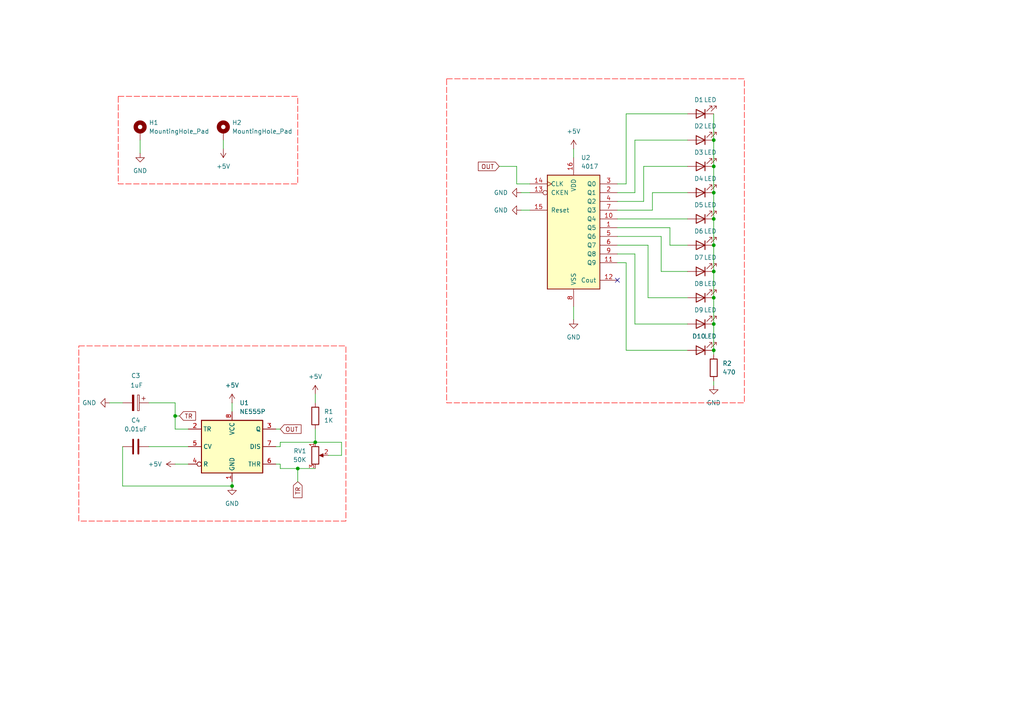
<source format=kicad_sch>
(kicad_sch
	(version 20250114)
	(generator "eeschema")
	(generator_version "9.0")
	(uuid "14de45e9-832e-4f31-aeb9-4dda07fa1855")
	(paper "A4")
	(lib_symbols
		(symbol "4xxx:4017"
			(pin_names
				(offset 1.016)
			)
			(exclude_from_sim no)
			(in_bom yes)
			(on_board yes)
			(property "Reference" "U"
				(at -7.62 16.51 0)
				(effects
					(font
						(size 1.27 1.27)
					)
				)
			)
			(property "Value" "4017"
				(at -7.62 -19.05 0)
				(effects
					(font
						(size 1.27 1.27)
					)
				)
			)
			(property "Footprint" ""
				(at 0 0 0)
				(effects
					(font
						(size 1.27 1.27)
					)
					(hide yes)
				)
			)
			(property "Datasheet" "http://www.intersil.com/content/dam/Intersil/documents/cd40/cd4017bms-22bms.pdf"
				(at 0 0 0)
				(effects
					(font
						(size 1.27 1.27)
					)
					(hide yes)
				)
			)
			(property "Description" "Johnson Counter ( 10 outputs )"
				(at 0 0 0)
				(effects
					(font
						(size 1.27 1.27)
					)
					(hide yes)
				)
			)
			(property "ki_locked" ""
				(at 0 0 0)
				(effects
					(font
						(size 1.27 1.27)
					)
				)
			)
			(property "ki_keywords" "CNT CNT10"
				(at 0 0 0)
				(effects
					(font
						(size 1.27 1.27)
					)
					(hide yes)
				)
			)
			(property "ki_fp_filters" "DIP?16*"
				(at 0 0 0)
				(effects
					(font
						(size 1.27 1.27)
					)
					(hide yes)
				)
			)
			(symbol "4017_1_0"
				(pin input clock
					(at -12.7 12.7 0)
					(length 5.08)
					(name "CLK"
						(effects
							(font
								(size 1.27 1.27)
							)
						)
					)
					(number "14"
						(effects
							(font
								(size 1.27 1.27)
							)
						)
					)
				)
				(pin input inverted
					(at -12.7 10.16 0)
					(length 5.08)
					(name "CKEN"
						(effects
							(font
								(size 1.27 1.27)
							)
						)
					)
					(number "13"
						(effects
							(font
								(size 1.27 1.27)
							)
						)
					)
				)
				(pin input line
					(at -12.7 5.08 0)
					(length 5.08)
					(name "Reset"
						(effects
							(font
								(size 1.27 1.27)
							)
						)
					)
					(number "15"
						(effects
							(font
								(size 1.27 1.27)
							)
						)
					)
				)
				(pin power_in line
					(at 0 20.32 270)
					(length 5.08)
					(name "VDD"
						(effects
							(font
								(size 1.27 1.27)
							)
						)
					)
					(number "16"
						(effects
							(font
								(size 1.27 1.27)
							)
						)
					)
				)
				(pin power_in line
					(at 0 -22.86 90)
					(length 5.08)
					(name "VSS"
						(effects
							(font
								(size 1.27 1.27)
							)
						)
					)
					(number "8"
						(effects
							(font
								(size 1.27 1.27)
							)
						)
					)
				)
				(pin output line
					(at 12.7 12.7 180)
					(length 5.08)
					(name "Q0"
						(effects
							(font
								(size 1.27 1.27)
							)
						)
					)
					(number "3"
						(effects
							(font
								(size 1.27 1.27)
							)
						)
					)
				)
				(pin output line
					(at 12.7 10.16 180)
					(length 5.08)
					(name "Q1"
						(effects
							(font
								(size 1.27 1.27)
							)
						)
					)
					(number "2"
						(effects
							(font
								(size 1.27 1.27)
							)
						)
					)
				)
				(pin output line
					(at 12.7 7.62 180)
					(length 5.08)
					(name "Q2"
						(effects
							(font
								(size 1.27 1.27)
							)
						)
					)
					(number "4"
						(effects
							(font
								(size 1.27 1.27)
							)
						)
					)
				)
				(pin output line
					(at 12.7 5.08 180)
					(length 5.08)
					(name "Q3"
						(effects
							(font
								(size 1.27 1.27)
							)
						)
					)
					(number "7"
						(effects
							(font
								(size 1.27 1.27)
							)
						)
					)
				)
				(pin output line
					(at 12.7 2.54 180)
					(length 5.08)
					(name "Q4"
						(effects
							(font
								(size 1.27 1.27)
							)
						)
					)
					(number "10"
						(effects
							(font
								(size 1.27 1.27)
							)
						)
					)
				)
				(pin output line
					(at 12.7 0 180)
					(length 5.08)
					(name "Q5"
						(effects
							(font
								(size 1.27 1.27)
							)
						)
					)
					(number "1"
						(effects
							(font
								(size 1.27 1.27)
							)
						)
					)
				)
				(pin output line
					(at 12.7 -2.54 180)
					(length 5.08)
					(name "Q6"
						(effects
							(font
								(size 1.27 1.27)
							)
						)
					)
					(number "5"
						(effects
							(font
								(size 1.27 1.27)
							)
						)
					)
				)
				(pin output line
					(at 12.7 -5.08 180)
					(length 5.08)
					(name "Q7"
						(effects
							(font
								(size 1.27 1.27)
							)
						)
					)
					(number "6"
						(effects
							(font
								(size 1.27 1.27)
							)
						)
					)
				)
				(pin output line
					(at 12.7 -7.62 180)
					(length 5.08)
					(name "Q8"
						(effects
							(font
								(size 1.27 1.27)
							)
						)
					)
					(number "9"
						(effects
							(font
								(size 1.27 1.27)
							)
						)
					)
				)
				(pin output line
					(at 12.7 -10.16 180)
					(length 5.08)
					(name "Q9"
						(effects
							(font
								(size 1.27 1.27)
							)
						)
					)
					(number "11"
						(effects
							(font
								(size 1.27 1.27)
							)
						)
					)
				)
				(pin output line
					(at 12.7 -15.24 180)
					(length 5.08)
					(name "Cout"
						(effects
							(font
								(size 1.27 1.27)
							)
						)
					)
					(number "12"
						(effects
							(font
								(size 1.27 1.27)
							)
						)
					)
				)
			)
			(symbol "4017_1_1"
				(rectangle
					(start -7.62 15.24)
					(end 7.62 -17.78)
					(stroke
						(width 0.254)
						(type default)
					)
					(fill
						(type background)
					)
				)
			)
			(embedded_fonts no)
		)
		(symbol "Device:C"
			(pin_numbers
				(hide yes)
			)
			(pin_names
				(offset 0.254)
			)
			(exclude_from_sim no)
			(in_bom yes)
			(on_board yes)
			(property "Reference" "C"
				(at 0.635 2.54 0)
				(effects
					(font
						(size 1.27 1.27)
					)
					(justify left)
				)
			)
			(property "Value" "C"
				(at 0.635 -2.54 0)
				(effects
					(font
						(size 1.27 1.27)
					)
					(justify left)
				)
			)
			(property "Footprint" ""
				(at 0.9652 -3.81 0)
				(effects
					(font
						(size 1.27 1.27)
					)
					(hide yes)
				)
			)
			(property "Datasheet" "~"
				(at 0 0 0)
				(effects
					(font
						(size 1.27 1.27)
					)
					(hide yes)
				)
			)
			(property "Description" "Unpolarized capacitor"
				(at 0 0 0)
				(effects
					(font
						(size 1.27 1.27)
					)
					(hide yes)
				)
			)
			(property "ki_keywords" "cap capacitor"
				(at 0 0 0)
				(effects
					(font
						(size 1.27 1.27)
					)
					(hide yes)
				)
			)
			(property "ki_fp_filters" "C_*"
				(at 0 0 0)
				(effects
					(font
						(size 1.27 1.27)
					)
					(hide yes)
				)
			)
			(symbol "C_0_1"
				(polyline
					(pts
						(xy -2.032 0.762) (xy 2.032 0.762)
					)
					(stroke
						(width 0.508)
						(type default)
					)
					(fill
						(type none)
					)
				)
				(polyline
					(pts
						(xy -2.032 -0.762) (xy 2.032 -0.762)
					)
					(stroke
						(width 0.508)
						(type default)
					)
					(fill
						(type none)
					)
				)
			)
			(symbol "C_1_1"
				(pin passive line
					(at 0 3.81 270)
					(length 2.794)
					(name "~"
						(effects
							(font
								(size 1.27 1.27)
							)
						)
					)
					(number "1"
						(effects
							(font
								(size 1.27 1.27)
							)
						)
					)
				)
				(pin passive line
					(at 0 -3.81 90)
					(length 2.794)
					(name "~"
						(effects
							(font
								(size 1.27 1.27)
							)
						)
					)
					(number "2"
						(effects
							(font
								(size 1.27 1.27)
							)
						)
					)
				)
			)
			(embedded_fonts no)
		)
		(symbol "Device:C_Polarized"
			(pin_numbers
				(hide yes)
			)
			(pin_names
				(offset 0.254)
			)
			(exclude_from_sim no)
			(in_bom yes)
			(on_board yes)
			(property "Reference" "C"
				(at 0.635 2.54 0)
				(effects
					(font
						(size 1.27 1.27)
					)
					(justify left)
				)
			)
			(property "Value" "C_Polarized"
				(at 0.635 -2.54 0)
				(effects
					(font
						(size 1.27 1.27)
					)
					(justify left)
				)
			)
			(property "Footprint" ""
				(at 0.9652 -3.81 0)
				(effects
					(font
						(size 1.27 1.27)
					)
					(hide yes)
				)
			)
			(property "Datasheet" "~"
				(at 0 0 0)
				(effects
					(font
						(size 1.27 1.27)
					)
					(hide yes)
				)
			)
			(property "Description" "Polarized capacitor"
				(at 0 0 0)
				(effects
					(font
						(size 1.27 1.27)
					)
					(hide yes)
				)
			)
			(property "ki_keywords" "cap capacitor"
				(at 0 0 0)
				(effects
					(font
						(size 1.27 1.27)
					)
					(hide yes)
				)
			)
			(property "ki_fp_filters" "CP_*"
				(at 0 0 0)
				(effects
					(font
						(size 1.27 1.27)
					)
					(hide yes)
				)
			)
			(symbol "C_Polarized_0_1"
				(rectangle
					(start -2.286 0.508)
					(end 2.286 1.016)
					(stroke
						(width 0)
						(type default)
					)
					(fill
						(type none)
					)
				)
				(polyline
					(pts
						(xy -1.778 2.286) (xy -0.762 2.286)
					)
					(stroke
						(width 0)
						(type default)
					)
					(fill
						(type none)
					)
				)
				(polyline
					(pts
						(xy -1.27 2.794) (xy -1.27 1.778)
					)
					(stroke
						(width 0)
						(type default)
					)
					(fill
						(type none)
					)
				)
				(rectangle
					(start 2.286 -0.508)
					(end -2.286 -1.016)
					(stroke
						(width 0)
						(type default)
					)
					(fill
						(type outline)
					)
				)
			)
			(symbol "C_Polarized_1_1"
				(pin passive line
					(at 0 3.81 270)
					(length 2.794)
					(name "~"
						(effects
							(font
								(size 1.27 1.27)
							)
						)
					)
					(number "1"
						(effects
							(font
								(size 1.27 1.27)
							)
						)
					)
				)
				(pin passive line
					(at 0 -3.81 90)
					(length 2.794)
					(name "~"
						(effects
							(font
								(size 1.27 1.27)
							)
						)
					)
					(number "2"
						(effects
							(font
								(size 1.27 1.27)
							)
						)
					)
				)
			)
			(embedded_fonts no)
		)
		(symbol "Device:LED"
			(pin_numbers
				(hide yes)
			)
			(pin_names
				(offset 1.016)
				(hide yes)
			)
			(exclude_from_sim no)
			(in_bom yes)
			(on_board yes)
			(property "Reference" "D"
				(at 0 2.54 0)
				(effects
					(font
						(size 1.27 1.27)
					)
				)
			)
			(property "Value" "LED"
				(at 0 -2.54 0)
				(effects
					(font
						(size 1.27 1.27)
					)
				)
			)
			(property "Footprint" ""
				(at 0 0 0)
				(effects
					(font
						(size 1.27 1.27)
					)
					(hide yes)
				)
			)
			(property "Datasheet" "~"
				(at 0 0 0)
				(effects
					(font
						(size 1.27 1.27)
					)
					(hide yes)
				)
			)
			(property "Description" "Light emitting diode"
				(at 0 0 0)
				(effects
					(font
						(size 1.27 1.27)
					)
					(hide yes)
				)
			)
			(property "Sim.Pins" "1=K 2=A"
				(at 0 0 0)
				(effects
					(font
						(size 1.27 1.27)
					)
					(hide yes)
				)
			)
			(property "ki_keywords" "LED diode"
				(at 0 0 0)
				(effects
					(font
						(size 1.27 1.27)
					)
					(hide yes)
				)
			)
			(property "ki_fp_filters" "LED* LED_SMD:* LED_THT:*"
				(at 0 0 0)
				(effects
					(font
						(size 1.27 1.27)
					)
					(hide yes)
				)
			)
			(symbol "LED_0_1"
				(polyline
					(pts
						(xy -3.048 -0.762) (xy -4.572 -2.286) (xy -3.81 -2.286) (xy -4.572 -2.286) (xy -4.572 -1.524)
					)
					(stroke
						(width 0)
						(type default)
					)
					(fill
						(type none)
					)
				)
				(polyline
					(pts
						(xy -1.778 -0.762) (xy -3.302 -2.286) (xy -2.54 -2.286) (xy -3.302 -2.286) (xy -3.302 -1.524)
					)
					(stroke
						(width 0)
						(type default)
					)
					(fill
						(type none)
					)
				)
				(polyline
					(pts
						(xy -1.27 0) (xy 1.27 0)
					)
					(stroke
						(width 0)
						(type default)
					)
					(fill
						(type none)
					)
				)
				(polyline
					(pts
						(xy -1.27 -1.27) (xy -1.27 1.27)
					)
					(stroke
						(width 0.254)
						(type default)
					)
					(fill
						(type none)
					)
				)
				(polyline
					(pts
						(xy 1.27 -1.27) (xy 1.27 1.27) (xy -1.27 0) (xy 1.27 -1.27)
					)
					(stroke
						(width 0.254)
						(type default)
					)
					(fill
						(type none)
					)
				)
			)
			(symbol "LED_1_1"
				(pin passive line
					(at -3.81 0 0)
					(length 2.54)
					(name "K"
						(effects
							(font
								(size 1.27 1.27)
							)
						)
					)
					(number "1"
						(effects
							(font
								(size 1.27 1.27)
							)
						)
					)
				)
				(pin passive line
					(at 3.81 0 180)
					(length 2.54)
					(name "A"
						(effects
							(font
								(size 1.27 1.27)
							)
						)
					)
					(number "2"
						(effects
							(font
								(size 1.27 1.27)
							)
						)
					)
				)
			)
			(embedded_fonts no)
		)
		(symbol "Device:R"
			(pin_numbers
				(hide yes)
			)
			(pin_names
				(offset 0)
			)
			(exclude_from_sim no)
			(in_bom yes)
			(on_board yes)
			(property "Reference" "R"
				(at 2.032 0 90)
				(effects
					(font
						(size 1.27 1.27)
					)
				)
			)
			(property "Value" "R"
				(at 0 0 90)
				(effects
					(font
						(size 1.27 1.27)
					)
				)
			)
			(property "Footprint" ""
				(at -1.778 0 90)
				(effects
					(font
						(size 1.27 1.27)
					)
					(hide yes)
				)
			)
			(property "Datasheet" "~"
				(at 0 0 0)
				(effects
					(font
						(size 1.27 1.27)
					)
					(hide yes)
				)
			)
			(property "Description" "Resistor"
				(at 0 0 0)
				(effects
					(font
						(size 1.27 1.27)
					)
					(hide yes)
				)
			)
			(property "ki_keywords" "R res resistor"
				(at 0 0 0)
				(effects
					(font
						(size 1.27 1.27)
					)
					(hide yes)
				)
			)
			(property "ki_fp_filters" "R_*"
				(at 0 0 0)
				(effects
					(font
						(size 1.27 1.27)
					)
					(hide yes)
				)
			)
			(symbol "R_0_1"
				(rectangle
					(start -1.016 -2.54)
					(end 1.016 2.54)
					(stroke
						(width 0.254)
						(type default)
					)
					(fill
						(type none)
					)
				)
			)
			(symbol "R_1_1"
				(pin passive line
					(at 0 3.81 270)
					(length 1.27)
					(name "~"
						(effects
							(font
								(size 1.27 1.27)
							)
						)
					)
					(number "1"
						(effects
							(font
								(size 1.27 1.27)
							)
						)
					)
				)
				(pin passive line
					(at 0 -3.81 90)
					(length 1.27)
					(name "~"
						(effects
							(font
								(size 1.27 1.27)
							)
						)
					)
					(number "2"
						(effects
							(font
								(size 1.27 1.27)
							)
						)
					)
				)
			)
			(embedded_fonts no)
		)
		(symbol "Device:R_Potentiometer"
			(pin_names
				(offset 1.016)
				(hide yes)
			)
			(exclude_from_sim no)
			(in_bom yes)
			(on_board yes)
			(property "Reference" "RV"
				(at -4.445 0 90)
				(effects
					(font
						(size 1.27 1.27)
					)
				)
			)
			(property "Value" "R_Potentiometer"
				(at -2.54 0 90)
				(effects
					(font
						(size 1.27 1.27)
					)
				)
			)
			(property "Footprint" ""
				(at 0 0 0)
				(effects
					(font
						(size 1.27 1.27)
					)
					(hide yes)
				)
			)
			(property "Datasheet" "~"
				(at 0 0 0)
				(effects
					(font
						(size 1.27 1.27)
					)
					(hide yes)
				)
			)
			(property "Description" "Potentiometer"
				(at 0 0 0)
				(effects
					(font
						(size 1.27 1.27)
					)
					(hide yes)
				)
			)
			(property "ki_keywords" "resistor variable"
				(at 0 0 0)
				(effects
					(font
						(size 1.27 1.27)
					)
					(hide yes)
				)
			)
			(property "ki_fp_filters" "Potentiometer*"
				(at 0 0 0)
				(effects
					(font
						(size 1.27 1.27)
					)
					(hide yes)
				)
			)
			(symbol "R_Potentiometer_0_1"
				(rectangle
					(start 1.016 2.54)
					(end -1.016 -2.54)
					(stroke
						(width 0.254)
						(type default)
					)
					(fill
						(type none)
					)
				)
				(polyline
					(pts
						(xy 1.143 0) (xy 2.286 0.508) (xy 2.286 -0.508) (xy 1.143 0)
					)
					(stroke
						(width 0)
						(type default)
					)
					(fill
						(type outline)
					)
				)
				(polyline
					(pts
						(xy 2.54 0) (xy 1.524 0)
					)
					(stroke
						(width 0)
						(type default)
					)
					(fill
						(type none)
					)
				)
			)
			(symbol "R_Potentiometer_1_1"
				(pin passive line
					(at 0 3.81 270)
					(length 1.27)
					(name "1"
						(effects
							(font
								(size 1.27 1.27)
							)
						)
					)
					(number "1"
						(effects
							(font
								(size 1.27 1.27)
							)
						)
					)
				)
				(pin passive line
					(at 0 -3.81 90)
					(length 1.27)
					(name "3"
						(effects
							(font
								(size 1.27 1.27)
							)
						)
					)
					(number "3"
						(effects
							(font
								(size 1.27 1.27)
							)
						)
					)
				)
				(pin passive line
					(at 3.81 0 180)
					(length 1.27)
					(name "2"
						(effects
							(font
								(size 1.27 1.27)
							)
						)
					)
					(number "2"
						(effects
							(font
								(size 1.27 1.27)
							)
						)
					)
				)
			)
			(embedded_fonts no)
		)
		(symbol "Mechanical:MountingHole_Pad"
			(pin_numbers
				(hide yes)
			)
			(pin_names
				(offset 1.016)
				(hide yes)
			)
			(exclude_from_sim no)
			(in_bom no)
			(on_board yes)
			(property "Reference" "H"
				(at 0 6.35 0)
				(effects
					(font
						(size 1.27 1.27)
					)
				)
			)
			(property "Value" "MountingHole_Pad"
				(at 0 4.445 0)
				(effects
					(font
						(size 1.27 1.27)
					)
				)
			)
			(property "Footprint" ""
				(at 0 0 0)
				(effects
					(font
						(size 1.27 1.27)
					)
					(hide yes)
				)
			)
			(property "Datasheet" "~"
				(at 0 0 0)
				(effects
					(font
						(size 1.27 1.27)
					)
					(hide yes)
				)
			)
			(property "Description" "Mounting Hole with connection"
				(at 0 0 0)
				(effects
					(font
						(size 1.27 1.27)
					)
					(hide yes)
				)
			)
			(property "ki_keywords" "mounting hole"
				(at 0 0 0)
				(effects
					(font
						(size 1.27 1.27)
					)
					(hide yes)
				)
			)
			(property "ki_fp_filters" "MountingHole*Pad*"
				(at 0 0 0)
				(effects
					(font
						(size 1.27 1.27)
					)
					(hide yes)
				)
			)
			(symbol "MountingHole_Pad_0_1"
				(circle
					(center 0 1.27)
					(radius 1.27)
					(stroke
						(width 1.27)
						(type default)
					)
					(fill
						(type none)
					)
				)
			)
			(symbol "MountingHole_Pad_1_1"
				(pin input line
					(at 0 -2.54 90)
					(length 2.54)
					(name "1"
						(effects
							(font
								(size 1.27 1.27)
							)
						)
					)
					(number "1"
						(effects
							(font
								(size 1.27 1.27)
							)
						)
					)
				)
			)
			(embedded_fonts no)
		)
		(symbol "Timer:NE555P"
			(exclude_from_sim no)
			(in_bom yes)
			(on_board yes)
			(property "Reference" "U"
				(at -10.16 8.89 0)
				(effects
					(font
						(size 1.27 1.27)
					)
					(justify left)
				)
			)
			(property "Value" "NE555P"
				(at 2.54 8.89 0)
				(effects
					(font
						(size 1.27 1.27)
					)
					(justify left)
				)
			)
			(property "Footprint" "Package_DIP:DIP-8_W7.62mm"
				(at 16.51 -10.16 0)
				(effects
					(font
						(size 1.27 1.27)
					)
					(hide yes)
				)
			)
			(property "Datasheet" "http://www.ti.com/lit/ds/symlink/ne555.pdf"
				(at 21.59 -10.16 0)
				(effects
					(font
						(size 1.27 1.27)
					)
					(hide yes)
				)
			)
			(property "Description" "Precision Timers, 555 compatible,  PDIP-8"
				(at 0 0 0)
				(effects
					(font
						(size 1.27 1.27)
					)
					(hide yes)
				)
			)
			(property "ki_keywords" "single timer 555"
				(at 0 0 0)
				(effects
					(font
						(size 1.27 1.27)
					)
					(hide yes)
				)
			)
			(property "ki_fp_filters" "DIP*W7.62mm*"
				(at 0 0 0)
				(effects
					(font
						(size 1.27 1.27)
					)
					(hide yes)
				)
			)
			(symbol "NE555P_0_0"
				(pin power_in line
					(at 0 10.16 270)
					(length 2.54)
					(name "VCC"
						(effects
							(font
								(size 1.27 1.27)
							)
						)
					)
					(number "8"
						(effects
							(font
								(size 1.27 1.27)
							)
						)
					)
				)
				(pin power_in line
					(at 0 -10.16 90)
					(length 2.54)
					(name "GND"
						(effects
							(font
								(size 1.27 1.27)
							)
						)
					)
					(number "1"
						(effects
							(font
								(size 1.27 1.27)
							)
						)
					)
				)
			)
			(symbol "NE555P_0_1"
				(rectangle
					(start -8.89 -7.62)
					(end 8.89 7.62)
					(stroke
						(width 0.254)
						(type default)
					)
					(fill
						(type background)
					)
				)
				(rectangle
					(start -8.89 -7.62)
					(end 8.89 7.62)
					(stroke
						(width 0.254)
						(type default)
					)
					(fill
						(type background)
					)
				)
			)
			(symbol "NE555P_1_1"
				(pin input line
					(at -12.7 5.08 0)
					(length 3.81)
					(name "TR"
						(effects
							(font
								(size 1.27 1.27)
							)
						)
					)
					(number "2"
						(effects
							(font
								(size 1.27 1.27)
							)
						)
					)
				)
				(pin input line
					(at -12.7 0 0)
					(length 3.81)
					(name "CV"
						(effects
							(font
								(size 1.27 1.27)
							)
						)
					)
					(number "5"
						(effects
							(font
								(size 1.27 1.27)
							)
						)
					)
				)
				(pin input inverted
					(at -12.7 -5.08 0)
					(length 3.81)
					(name "R"
						(effects
							(font
								(size 1.27 1.27)
							)
						)
					)
					(number "4"
						(effects
							(font
								(size 1.27 1.27)
							)
						)
					)
				)
				(pin output line
					(at 12.7 5.08 180)
					(length 3.81)
					(name "Q"
						(effects
							(font
								(size 1.27 1.27)
							)
						)
					)
					(number "3"
						(effects
							(font
								(size 1.27 1.27)
							)
						)
					)
				)
				(pin input line
					(at 12.7 0 180)
					(length 3.81)
					(name "DIS"
						(effects
							(font
								(size 1.27 1.27)
							)
						)
					)
					(number "7"
						(effects
							(font
								(size 1.27 1.27)
							)
						)
					)
				)
				(pin input line
					(at 12.7 -5.08 180)
					(length 3.81)
					(name "THR"
						(effects
							(font
								(size 1.27 1.27)
							)
						)
					)
					(number "6"
						(effects
							(font
								(size 1.27 1.27)
							)
						)
					)
				)
			)
			(embedded_fonts no)
		)
		(symbol "power:+5V"
			(power)
			(pin_numbers
				(hide yes)
			)
			(pin_names
				(offset 0)
				(hide yes)
			)
			(exclude_from_sim no)
			(in_bom yes)
			(on_board yes)
			(property "Reference" "#PWR"
				(at 0 -3.81 0)
				(effects
					(font
						(size 1.27 1.27)
					)
					(hide yes)
				)
			)
			(property "Value" "+5V"
				(at 0 3.556 0)
				(effects
					(font
						(size 1.27 1.27)
					)
				)
			)
			(property "Footprint" ""
				(at 0 0 0)
				(effects
					(font
						(size 1.27 1.27)
					)
					(hide yes)
				)
			)
			(property "Datasheet" ""
				(at 0 0 0)
				(effects
					(font
						(size 1.27 1.27)
					)
					(hide yes)
				)
			)
			(property "Description" "Power symbol creates a global label with name \"+5V\""
				(at 0 0 0)
				(effects
					(font
						(size 1.27 1.27)
					)
					(hide yes)
				)
			)
			(property "ki_keywords" "global power"
				(at 0 0 0)
				(effects
					(font
						(size 1.27 1.27)
					)
					(hide yes)
				)
			)
			(symbol "+5V_0_1"
				(polyline
					(pts
						(xy -0.762 1.27) (xy 0 2.54)
					)
					(stroke
						(width 0)
						(type default)
					)
					(fill
						(type none)
					)
				)
				(polyline
					(pts
						(xy 0 2.54) (xy 0.762 1.27)
					)
					(stroke
						(width 0)
						(type default)
					)
					(fill
						(type none)
					)
				)
				(polyline
					(pts
						(xy 0 0) (xy 0 2.54)
					)
					(stroke
						(width 0)
						(type default)
					)
					(fill
						(type none)
					)
				)
			)
			(symbol "+5V_1_1"
				(pin power_in line
					(at 0 0 90)
					(length 0)
					(name "~"
						(effects
							(font
								(size 1.27 1.27)
							)
						)
					)
					(number "1"
						(effects
							(font
								(size 1.27 1.27)
							)
						)
					)
				)
			)
			(embedded_fonts no)
		)
		(symbol "power:GND"
			(power)
			(pin_numbers
				(hide yes)
			)
			(pin_names
				(offset 0)
				(hide yes)
			)
			(exclude_from_sim no)
			(in_bom yes)
			(on_board yes)
			(property "Reference" "#PWR"
				(at 0 -6.35 0)
				(effects
					(font
						(size 1.27 1.27)
					)
					(hide yes)
				)
			)
			(property "Value" "GND"
				(at 0 -3.81 0)
				(effects
					(font
						(size 1.27 1.27)
					)
				)
			)
			(property "Footprint" ""
				(at 0 0 0)
				(effects
					(font
						(size 1.27 1.27)
					)
					(hide yes)
				)
			)
			(property "Datasheet" ""
				(at 0 0 0)
				(effects
					(font
						(size 1.27 1.27)
					)
					(hide yes)
				)
			)
			(property "Description" "Power symbol creates a global label with name \"GND\" , ground"
				(at 0 0 0)
				(effects
					(font
						(size 1.27 1.27)
					)
					(hide yes)
				)
			)
			(property "ki_keywords" "global power"
				(at 0 0 0)
				(effects
					(font
						(size 1.27 1.27)
					)
					(hide yes)
				)
			)
			(symbol "GND_0_1"
				(polyline
					(pts
						(xy 0 0) (xy 0 -1.27) (xy 1.27 -1.27) (xy 0 -2.54) (xy -1.27 -1.27) (xy 0 -1.27)
					)
					(stroke
						(width 0)
						(type default)
					)
					(fill
						(type none)
					)
				)
			)
			(symbol "GND_1_1"
				(pin power_in line
					(at 0 0 270)
					(length 0)
					(name "~"
						(effects
							(font
								(size 1.27 1.27)
							)
						)
					)
					(number "1"
						(effects
							(font
								(size 1.27 1.27)
							)
						)
					)
				)
			)
			(embedded_fonts no)
		)
	)
	(junction
		(at 207.01 48.26)
		(diameter 0)
		(color 0 0 0 0)
		(uuid "2dee50cc-cb97-4cf4-9143-cd940cae4d93")
	)
	(junction
		(at 207.01 40.64)
		(diameter 0)
		(color 0 0 0 0)
		(uuid "33c6e09b-634d-408b-9968-68421e698a60")
	)
	(junction
		(at 207.01 55.88)
		(diameter 0)
		(color 0 0 0 0)
		(uuid "490d8b4a-b949-40d9-98ac-0d3df29e94a5")
	)
	(junction
		(at 207.01 93.98)
		(diameter 0)
		(color 0 0 0 0)
		(uuid "4cfc764a-f70f-4d9a-a2aa-dc6e0288a431")
	)
	(junction
		(at 67.31 140.97)
		(diameter 0)
		(color 0 0 0 0)
		(uuid "66a80602-2204-4ccb-9c69-f950573ab430")
	)
	(junction
		(at 207.01 78.74)
		(diameter 0)
		(color 0 0 0 0)
		(uuid "86b37043-a313-4452-bbee-7155108d3183")
	)
	(junction
		(at 86.36 135.89)
		(diameter 0)
		(color 0 0 0 0)
		(uuid "9a69df40-0e6f-41f2-baa1-add18d29a8e6")
	)
	(junction
		(at 207.01 101.6)
		(diameter 0)
		(color 0 0 0 0)
		(uuid "9bdbb76f-ca72-4491-bd5c-d79ce05ec11c")
	)
	(junction
		(at 207.01 63.5)
		(diameter 0)
		(color 0 0 0 0)
		(uuid "b5c936b7-6586-43d4-81dd-2025dbbd34dc")
	)
	(junction
		(at 91.44 128.27)
		(diameter 0)
		(color 0 0 0 0)
		(uuid "bc2cf434-9175-47c0-85cd-0cb966cd4e72")
	)
	(junction
		(at 50.8 120.65)
		(diameter 0)
		(color 0 0 0 0)
		(uuid "d478a3a2-4658-4c30-b029-4e186288d861")
	)
	(junction
		(at 207.01 86.36)
		(diameter 0)
		(color 0 0 0 0)
		(uuid "f1f80a1b-286e-42ac-b4ee-1184052349fe")
	)
	(junction
		(at 207.01 71.12)
		(diameter 0)
		(color 0 0 0 0)
		(uuid "f3f57d9e-cb44-458f-b8f8-849631d6232d")
	)
	(no_connect
		(at 179.07 81.28)
		(uuid "8a994d93-60fd-4432-8486-a401195d8a59")
	)
	(wire
		(pts
			(xy 207.01 93.98) (xy 207.01 101.6)
		)
		(stroke
			(width 0)
			(type default)
		)
		(uuid "058b70a2-c419-4cf1-bb53-d03bb332d6e5")
	)
	(wire
		(pts
			(xy 181.61 101.6) (xy 199.39 101.6)
		)
		(stroke
			(width 0)
			(type default)
		)
		(uuid "0c0db2f4-c53c-4d94-b11a-50c9e9dd97c3")
	)
	(wire
		(pts
			(xy 64.77 40.64) (xy 64.77 43.18)
		)
		(stroke
			(width 0)
			(type default)
		)
		(uuid "0ec03151-e97e-4c18-86a3-d5254a338e87")
	)
	(wire
		(pts
			(xy 189.23 55.88) (xy 199.39 55.88)
		)
		(stroke
			(width 0)
			(type default)
		)
		(uuid "123ee6aa-8940-41dc-a2f9-602b489cc2ae")
	)
	(wire
		(pts
			(xy 207.01 40.64) (xy 207.01 48.26)
		)
		(stroke
			(width 0)
			(type default)
		)
		(uuid "1bcffa37-14b6-4cc1-9fa7-5d21998615cc")
	)
	(wire
		(pts
			(xy 166.37 88.9) (xy 166.37 92.71)
		)
		(stroke
			(width 0)
			(type default)
		)
		(uuid "1c824852-498a-4704-8279-a23b84047319")
	)
	(wire
		(pts
			(xy 67.31 139.7) (xy 67.31 140.97)
		)
		(stroke
			(width 0)
			(type default)
		)
		(uuid "1d47b92a-7adc-49c0-966e-e4cc3dd1b11d")
	)
	(wire
		(pts
			(xy 189.23 60.96) (xy 189.23 55.88)
		)
		(stroke
			(width 0)
			(type default)
		)
		(uuid "1e8eb441-bbe1-4c06-adee-b7faa9277864")
	)
	(wire
		(pts
			(xy 43.18 129.54) (xy 54.61 129.54)
		)
		(stroke
			(width 0)
			(type default)
		)
		(uuid "28e77430-d82b-496b-89ee-590ef3cda80b")
	)
	(wire
		(pts
			(xy 184.15 73.66) (xy 184.15 93.98)
		)
		(stroke
			(width 0)
			(type default)
		)
		(uuid "29298a52-fc41-492f-9357-943fdefc863c")
	)
	(wire
		(pts
			(xy 179.07 68.58) (xy 191.77 68.58)
		)
		(stroke
			(width 0)
			(type default)
		)
		(uuid "2a1ea827-c18c-43cf-afed-7fa1513eb981")
	)
	(wire
		(pts
			(xy 91.44 124.46) (xy 91.44 128.27)
		)
		(stroke
			(width 0)
			(type default)
		)
		(uuid "2e554c68-34bc-4d84-aabd-9b2c7dd5ac9c")
	)
	(wire
		(pts
			(xy 187.96 71.12) (xy 187.96 86.36)
		)
		(stroke
			(width 0)
			(type default)
		)
		(uuid "3e144c96-5723-4fbe-a38e-0f825d4819e7")
	)
	(wire
		(pts
			(xy 187.96 86.36) (xy 199.39 86.36)
		)
		(stroke
			(width 0)
			(type default)
		)
		(uuid "410252d6-0bf5-4194-9f8a-fe47ec593a91")
	)
	(wire
		(pts
			(xy 80.01 134.62) (xy 81.28 134.62)
		)
		(stroke
			(width 0)
			(type default)
		)
		(uuid "4127869e-be86-44d6-a0bf-c027806f4d21")
	)
	(wire
		(pts
			(xy 50.8 120.65) (xy 50.8 116.84)
		)
		(stroke
			(width 0)
			(type default)
		)
		(uuid "42ceb775-688a-4304-8b28-75017af3b991")
	)
	(wire
		(pts
			(xy 86.36 135.89) (xy 86.36 139.7)
		)
		(stroke
			(width 0)
			(type default)
		)
		(uuid "42e6f2a2-cafc-4f3e-8d8e-cc869bb3e6e5")
	)
	(wire
		(pts
			(xy 99.06 128.27) (xy 99.06 132.08)
		)
		(stroke
			(width 0)
			(type default)
		)
		(uuid "47340f00-0b53-4448-a48f-652b7b75a2b2")
	)
	(wire
		(pts
			(xy 207.01 110.49) (xy 207.01 111.76)
		)
		(stroke
			(width 0)
			(type default)
		)
		(uuid "479300fc-a4cd-4052-8310-fa7fb1fa05d1")
	)
	(wire
		(pts
			(xy 181.61 53.34) (xy 181.61 33.02)
		)
		(stroke
			(width 0)
			(type default)
		)
		(uuid "4ae15dd0-8a05-49ad-bee2-7d033c2e76ce")
	)
	(wire
		(pts
			(xy 179.07 66.04) (xy 194.31 66.04)
		)
		(stroke
			(width 0)
			(type default)
		)
		(uuid "4ec7e755-91f3-4f90-b333-cbd930002db2")
	)
	(wire
		(pts
			(xy 207.01 48.26) (xy 207.01 55.88)
		)
		(stroke
			(width 0)
			(type default)
		)
		(uuid "4fa7f75b-e9d7-4595-a6b2-a5ac076c69aa")
	)
	(wire
		(pts
			(xy 184.15 93.98) (xy 199.39 93.98)
		)
		(stroke
			(width 0)
			(type default)
		)
		(uuid "52482e60-e1c1-414e-8ca3-1abb37376084")
	)
	(wire
		(pts
			(xy 179.07 71.12) (xy 187.96 71.12)
		)
		(stroke
			(width 0)
			(type default)
		)
		(uuid "555523a6-8d4b-4dc5-82cb-d2dc34cac049")
	)
	(wire
		(pts
			(xy 186.69 48.26) (xy 199.39 48.26)
		)
		(stroke
			(width 0)
			(type default)
		)
		(uuid "5c94aaf0-f995-415a-867d-1114b7a1e34c")
	)
	(wire
		(pts
			(xy 35.56 129.54) (xy 35.56 140.97)
		)
		(stroke
			(width 0)
			(type default)
		)
		(uuid "5da8666b-863d-4515-8002-00b8a8850571")
	)
	(wire
		(pts
			(xy 181.61 76.2) (xy 181.61 101.6)
		)
		(stroke
			(width 0)
			(type default)
		)
		(uuid "5e6f33b2-4cc0-4095-a94c-1f2fa57275bc")
	)
	(wire
		(pts
			(xy 191.77 78.74) (xy 199.39 78.74)
		)
		(stroke
			(width 0)
			(type default)
		)
		(uuid "603dd100-f91e-45d8-83ce-1161156b659e")
	)
	(wire
		(pts
			(xy 179.07 76.2) (xy 181.61 76.2)
		)
		(stroke
			(width 0)
			(type default)
		)
		(uuid "61d6c16a-64ef-427c-8721-bb9546e397cf")
	)
	(wire
		(pts
			(xy 153.67 60.96) (xy 151.13 60.96)
		)
		(stroke
			(width 0)
			(type default)
		)
		(uuid "678c8f34-816d-4e23-ad5a-e67c3a062e6e")
	)
	(wire
		(pts
			(xy 184.15 55.88) (xy 184.15 40.64)
		)
		(stroke
			(width 0)
			(type default)
		)
		(uuid "67c2281d-d839-4503-9a46-2b159f5f8244")
	)
	(wire
		(pts
			(xy 207.01 33.02) (xy 207.01 40.64)
		)
		(stroke
			(width 0)
			(type default)
		)
		(uuid "68a856d6-15e4-4335-b487-e3842c42e15f")
	)
	(wire
		(pts
			(xy 179.07 63.5) (xy 199.39 63.5)
		)
		(stroke
			(width 0)
			(type default)
		)
		(uuid "68ab40cd-3f84-4e41-8fa5-21d2445b0e45")
	)
	(wire
		(pts
			(xy 207.01 63.5) (xy 207.01 71.12)
		)
		(stroke
			(width 0)
			(type default)
		)
		(uuid "72bc5991-c34b-4c8c-964e-a4bb59f184c3")
	)
	(wire
		(pts
			(xy 207.01 55.88) (xy 207.01 63.5)
		)
		(stroke
			(width 0)
			(type default)
		)
		(uuid "73293239-17a3-407b-ae5e-b126f35f1a4c")
	)
	(wire
		(pts
			(xy 43.18 116.84) (xy 50.8 116.84)
		)
		(stroke
			(width 0)
			(type default)
		)
		(uuid "7799f060-5288-4da4-a256-33f46d72b768")
	)
	(wire
		(pts
			(xy 191.77 68.58) (xy 191.77 78.74)
		)
		(stroke
			(width 0)
			(type default)
		)
		(uuid "7854f3ee-911d-479d-aff8-5a2dc034e526")
	)
	(wire
		(pts
			(xy 149.86 48.26) (xy 149.86 53.34)
		)
		(stroke
			(width 0)
			(type default)
		)
		(uuid "7980d4a8-dfc6-432a-a031-b4151086a72b")
	)
	(wire
		(pts
			(xy 194.31 71.12) (xy 199.39 71.12)
		)
		(stroke
			(width 0)
			(type default)
		)
		(uuid "7a6e7867-7142-42d3-8cbd-cde8efd1e2b2")
	)
	(wire
		(pts
			(xy 166.37 45.72) (xy 166.37 43.18)
		)
		(stroke
			(width 0)
			(type default)
		)
		(uuid "7a8646cc-f967-4505-8a5a-41ac3b1a775f")
	)
	(wire
		(pts
			(xy 80.01 124.46) (xy 81.28 124.46)
		)
		(stroke
			(width 0)
			(type default)
		)
		(uuid "7b7fecbb-4576-47a3-a028-f3c8a116be3e")
	)
	(wire
		(pts
			(xy 194.31 66.04) (xy 194.31 71.12)
		)
		(stroke
			(width 0)
			(type default)
		)
		(uuid "7b8d0d60-78bc-43c6-80b0-866b6d2e7d6c")
	)
	(wire
		(pts
			(xy 50.8 124.46) (xy 50.8 120.65)
		)
		(stroke
			(width 0)
			(type default)
		)
		(uuid "7c440fb2-8bf2-4356-8513-d2fcbc8ef614")
	)
	(wire
		(pts
			(xy 186.69 58.42) (xy 186.69 48.26)
		)
		(stroke
			(width 0)
			(type default)
		)
		(uuid "812aad78-941c-4fe5-b2c5-43c8a708da2b")
	)
	(wire
		(pts
			(xy 81.28 128.27) (xy 91.44 128.27)
		)
		(stroke
			(width 0)
			(type default)
		)
		(uuid "86404eb7-88fc-4abc-9423-50f268b299dd")
	)
	(wire
		(pts
			(xy 91.44 114.3) (xy 91.44 116.84)
		)
		(stroke
			(width 0)
			(type default)
		)
		(uuid "883f3f16-1e2a-4338-9bf5-74af9a9024e2")
	)
	(wire
		(pts
			(xy 179.07 58.42) (xy 186.69 58.42)
		)
		(stroke
			(width 0)
			(type default)
		)
		(uuid "885681c9-ee3a-45a6-81e0-408a0fae43cc")
	)
	(wire
		(pts
			(xy 40.64 40.64) (xy 40.64 44.45)
		)
		(stroke
			(width 0)
			(type default)
		)
		(uuid "8ca1c07c-1728-4969-8fe8-6f7c3a57321a")
	)
	(wire
		(pts
			(xy 80.01 129.54) (xy 81.28 129.54)
		)
		(stroke
			(width 0)
			(type default)
		)
		(uuid "8d851bc6-ab57-4f38-b71c-a9b2f5ecee25")
	)
	(wire
		(pts
			(xy 144.78 48.26) (xy 149.86 48.26)
		)
		(stroke
			(width 0)
			(type default)
		)
		(uuid "9aea5f2e-f730-4bc6-86f4-ff34fc420678")
	)
	(wire
		(pts
			(xy 207.01 71.12) (xy 207.01 78.74)
		)
		(stroke
			(width 0)
			(type default)
		)
		(uuid "9f2e76a7-65e6-4fdb-9345-29b63205803c")
	)
	(wire
		(pts
			(xy 179.07 60.96) (xy 189.23 60.96)
		)
		(stroke
			(width 0)
			(type default)
		)
		(uuid "a11eb2ec-8dcd-4580-8787-0688ceba03f0")
	)
	(wire
		(pts
			(xy 81.28 134.62) (xy 81.28 135.89)
		)
		(stroke
			(width 0)
			(type default)
		)
		(uuid "a823cd73-bf39-426e-8136-c157121c170e")
	)
	(wire
		(pts
			(xy 179.07 53.34) (xy 181.61 53.34)
		)
		(stroke
			(width 0)
			(type default)
		)
		(uuid "a92c699c-cd77-4f39-9fb7-20812479f198")
	)
	(wire
		(pts
			(xy 54.61 124.46) (xy 50.8 124.46)
		)
		(stroke
			(width 0)
			(type default)
		)
		(uuid "afca097b-5d08-4823-866b-504774770118")
	)
	(wire
		(pts
			(xy 67.31 116.84) (xy 67.31 119.38)
		)
		(stroke
			(width 0)
			(type default)
		)
		(uuid "b0fc6680-9938-4866-8d6d-f9bef4481003")
	)
	(wire
		(pts
			(xy 31.75 116.84) (xy 35.56 116.84)
		)
		(stroke
			(width 0)
			(type default)
		)
		(uuid "b12e21eb-8ee6-446c-85d5-5b1121cc8da1")
	)
	(wire
		(pts
			(xy 207.01 101.6) (xy 207.01 102.87)
		)
		(stroke
			(width 0)
			(type default)
		)
		(uuid "b6a6d286-0614-44c0-b33d-9592d0e8272d")
	)
	(wire
		(pts
			(xy 184.15 40.64) (xy 199.39 40.64)
		)
		(stroke
			(width 0)
			(type default)
		)
		(uuid "b8cdb01a-a045-4f0d-b434-69bcfc5f394c")
	)
	(wire
		(pts
			(xy 149.86 53.34) (xy 153.67 53.34)
		)
		(stroke
			(width 0)
			(type default)
		)
		(uuid "bf0c8a3b-e04c-46ce-bb93-8445e3d2a88e")
	)
	(wire
		(pts
			(xy 153.67 55.88) (xy 151.13 55.88)
		)
		(stroke
			(width 0)
			(type default)
		)
		(uuid "bf6e358b-fc59-4257-8fe7-93e492730c08")
	)
	(wire
		(pts
			(xy 91.44 128.27) (xy 99.06 128.27)
		)
		(stroke
			(width 0)
			(type default)
		)
		(uuid "c5811bfd-e0af-40ab-8c88-ffc96d740f8d")
	)
	(wire
		(pts
			(xy 50.8 120.65) (xy 52.07 120.65)
		)
		(stroke
			(width 0)
			(type default)
		)
		(uuid "c70ae468-b826-412a-9d45-753010ae8ba3")
	)
	(wire
		(pts
			(xy 35.56 140.97) (xy 67.31 140.97)
		)
		(stroke
			(width 0)
			(type default)
		)
		(uuid "cb4877eb-a9c5-4011-9d53-f5a1c2cfa82f")
	)
	(wire
		(pts
			(xy 81.28 129.54) (xy 81.28 128.27)
		)
		(stroke
			(width 0)
			(type default)
		)
		(uuid "cd4f45fe-afb4-4d05-b10a-a7d1c3039d41")
	)
	(wire
		(pts
			(xy 95.25 132.08) (xy 99.06 132.08)
		)
		(stroke
			(width 0)
			(type default)
		)
		(uuid "cdced51f-883a-4b8f-ae65-541c61ec2290")
	)
	(wire
		(pts
			(xy 179.07 55.88) (xy 184.15 55.88)
		)
		(stroke
			(width 0)
			(type default)
		)
		(uuid "d0fb9ffc-971f-4d5c-aba7-fe40b13c0615")
	)
	(wire
		(pts
			(xy 81.28 135.89) (xy 86.36 135.89)
		)
		(stroke
			(width 0)
			(type default)
		)
		(uuid "d2fe8909-7efb-4a93-8a93-66a721d0c1b7")
	)
	(wire
		(pts
			(xy 179.07 73.66) (xy 184.15 73.66)
		)
		(stroke
			(width 0)
			(type default)
		)
		(uuid "e9b43914-8def-43c5-9c2d-2ccd2c8687f6")
	)
	(wire
		(pts
			(xy 50.8 134.62) (xy 54.61 134.62)
		)
		(stroke
			(width 0)
			(type default)
		)
		(uuid "ef1d6f73-a885-4b51-9127-62bd93072bcc")
	)
	(wire
		(pts
			(xy 86.36 135.89) (xy 91.44 135.89)
		)
		(stroke
			(width 0)
			(type default)
		)
		(uuid "f27282cf-e9ca-4d8f-9da3-5cb426c9e0ec")
	)
	(wire
		(pts
			(xy 207.01 86.36) (xy 207.01 93.98)
		)
		(stroke
			(width 0)
			(type default)
		)
		(uuid "f375062d-2cf5-4ff8-8e9f-38f0659f9620")
	)
	(wire
		(pts
			(xy 181.61 33.02) (xy 199.39 33.02)
		)
		(stroke
			(width 0)
			(type default)
		)
		(uuid "f4ac5b38-0538-4322-9e6e-fdc7ac488ba4")
	)
	(wire
		(pts
			(xy 207.01 78.74) (xy 207.01 86.36)
		)
		(stroke
			(width 0)
			(type default)
		)
		(uuid "fc5ef452-b475-408b-a126-aa8cbc745c28")
	)
	(global_label "TR"
		(shape input)
		(at 86.36 139.7 270)
		(fields_autoplaced yes)
		(effects
			(font
				(size 1.27 1.27)
			)
			(justify right)
		)
		(uuid "57791fed-f459-4cfc-ac57-24fbc29780df")
		(property "Intersheetrefs" "${INTERSHEET_REFS}"
			(at 86.36 144.9228 90)
			(effects
				(font
					(size 1.27 1.27)
				)
				(justify right)
				(hide yes)
			)
		)
	)
	(global_label "OUT"
		(shape input)
		(at 144.78 48.26 180)
		(fields_autoplaced yes)
		(effects
			(font
				(size 1.27 1.27)
			)
			(justify right)
		)
		(uuid "a24055a1-4e72-4917-abc4-437be56664e0")
		(property "Intersheetrefs" "${INTERSHEET_REFS}"
			(at 138.1662 48.26 0)
			(effects
				(font
					(size 1.27 1.27)
				)
				(justify right)
				(hide yes)
			)
		)
	)
	(global_label "OUT"
		(shape input)
		(at 81.28 124.46 0)
		(fields_autoplaced yes)
		(effects
			(font
				(size 1.27 1.27)
			)
			(justify left)
		)
		(uuid "bd7bf148-c6f5-4efa-8cf7-899463fd3b3b")
		(property "Intersheetrefs" "${INTERSHEET_REFS}"
			(at 87.8938 124.46 0)
			(effects
				(font
					(size 1.27 1.27)
				)
				(justify left)
				(hide yes)
			)
		)
	)
	(global_label "TR"
		(shape input)
		(at 52.07 120.65 0)
		(fields_autoplaced yes)
		(effects
			(font
				(size 1.27 1.27)
			)
			(justify left)
		)
		(uuid "ed805031-1a02-4ea5-a109-954a05dc4d95")
		(property "Intersheetrefs" "${INTERSHEET_REFS}"
			(at 57.2928 120.65 0)
			(effects
				(font
					(size 1.27 1.27)
				)
				(justify left)
				(hide yes)
			)
		)
	)
	(rule_area
		(polyline
			(pts
				(xy 129.54 22.86) (xy 215.9 22.86) (xy 215.9 116.84) (xy 129.54 116.84)
			)
			(stroke
				(width 0)
				(type dash)
			)
			(fill
				(type none)
			)
			(uuid 1e7c308b-a0e8-4e9f-9da9-fb0f0a8bce27)
		)
	)
	(rule_area
		(polyline
			(pts
				(xy 22.86 100.33) (xy 100.33 100.33) (xy 100.33 151.13) (xy 22.86 151.13)
			)
			(stroke
				(width 0)
				(type dash)
			)
			(fill
				(type none)
			)
			(uuid 3fea72d5-c1f0-4678-9f91-489622ffb20a)
		)
	)
	(rule_area
		(polyline
			(pts
				(xy 34.29 27.94) (xy 86.36 27.94) (xy 86.36 53.34) (xy 34.29 53.34)
			)
			(stroke
				(width 0)
				(type dash)
			)
			(fill
				(type none)
			)
			(uuid 40f5f1c8-f870-492e-88bd-e9c98a3319fa)
		)
	)
	(symbol
		(lib_id "Device:C_Polarized")
		(at 39.37 116.84 270)
		(unit 1)
		(exclude_from_sim no)
		(in_bom yes)
		(on_board yes)
		(dnp no)
		(uuid "05873ade-0be1-40f7-945e-5ac8c3804479")
		(property "Reference" "C3"
			(at 39.37 108.966 90)
			(effects
				(font
					(size 1.27 1.27)
				)
			)
		)
		(property "Value" "1uF"
			(at 39.624 111.76 90)
			(effects
				(font
					(size 1.27 1.27)
				)
			)
		)
		(property "Footprint" "Capacitor_THT:CP_Radial_D5.0mm_P2.00mm"
			(at 35.56 117.8052 0)
			(effects
				(font
					(size 1.27 1.27)
				)
				(hide yes)
			)
		)
		(property "Datasheet" "~"
			(at 39.37 116.84 0)
			(effects
				(font
					(size 1.27 1.27)
				)
				(hide yes)
			)
		)
		(property "Description" "Polarized capacitor"
			(at 39.37 116.84 0)
			(effects
				(font
					(size 1.27 1.27)
				)
				(hide yes)
			)
		)
		(pin "1"
			(uuid "25754182-405d-479e-83aa-8a90bf5edfd5")
		)
		(pin "2"
			(uuid "6bc21889-ca52-4d83-976b-1e71f822e301")
		)
		(instances
			(project ""
				(path "/14de45e9-832e-4f31-aeb9-4dda07fa1855"
					(reference "C3")
					(unit 1)
				)
			)
		)
	)
	(symbol
		(lib_id "Device:LED")
		(at 203.2 101.6 180)
		(unit 1)
		(exclude_from_sim no)
		(in_bom yes)
		(on_board yes)
		(dnp no)
		(uuid "095dff02-5fda-42c4-baf8-386937b66a26")
		(property "Reference" "D10"
			(at 202.692 97.536 0)
			(effects
				(font
					(size 1.27 1.27)
				)
			)
		)
		(property "Value" "LED"
			(at 205.994 97.536 0)
			(effects
				(font
					(size 1.27 1.27)
				)
			)
		)
		(property "Footprint" "LED_THT:LED_D3.0mm"
			(at 203.2 101.6 0)
			(effects
				(font
					(size 1.27 1.27)
				)
				(hide yes)
			)
		)
		(property "Datasheet" "~"
			(at 203.2 101.6 0)
			(effects
				(font
					(size 1.27 1.27)
				)
				(hide yes)
			)
		)
		(property "Description" "Light emitting diode"
			(at 203.2 101.6 0)
			(effects
				(font
					(size 1.27 1.27)
				)
				(hide yes)
			)
		)
		(property "Sim.Pins" "1=K 2=A"
			(at 203.2 101.6 0)
			(effects
				(font
					(size 1.27 1.27)
				)
				(hide yes)
			)
		)
		(pin "1"
			(uuid "305c52e8-4c34-4367-a4be-73afa9382b4a")
		)
		(pin "2"
			(uuid "fdac87ec-cd43-44b6-9aa4-7aa22de44de1")
		)
		(instances
			(project "555 Led Chaser"
				(path "/14de45e9-832e-4f31-aeb9-4dda07fa1855"
					(reference "D10")
					(unit 1)
				)
			)
		)
	)
	(symbol
		(lib_id "Mechanical:MountingHole_Pad")
		(at 64.77 38.1 0)
		(unit 1)
		(exclude_from_sim no)
		(in_bom no)
		(on_board yes)
		(dnp no)
		(fields_autoplaced yes)
		(uuid "09b91817-8380-4508-8f89-9a44dd7a0e65")
		(property "Reference" "H2"
			(at 67.31 35.5599 0)
			(effects
				(font
					(size 1.27 1.27)
				)
				(justify left)
			)
		)
		(property "Value" "MountingHole_Pad"
			(at 67.31 38.0999 0)
			(effects
				(font
					(size 1.27 1.27)
				)
				(justify left)
			)
		)
		(property "Footprint" ""
			(at 64.77 38.1 0)
			(effects
				(font
					(size 1.27 1.27)
				)
				(hide yes)
			)
		)
		(property "Datasheet" "~"
			(at 64.77 38.1 0)
			(effects
				(font
					(size 1.27 1.27)
				)
				(hide yes)
			)
		)
		(property "Description" "Mounting Hole with connection"
			(at 64.77 38.1 0)
			(effects
				(font
					(size 1.27 1.27)
				)
				(hide yes)
			)
		)
		(pin "1"
			(uuid "71800160-89e6-437b-8e0b-0d1a6aa4693f")
		)
		(instances
			(project "555 Led Chaser"
				(path "/14de45e9-832e-4f31-aeb9-4dda07fa1855"
					(reference "H2")
					(unit 1)
				)
			)
		)
	)
	(symbol
		(lib_id "power:+5V")
		(at 91.44 114.3 0)
		(unit 1)
		(exclude_from_sim no)
		(in_bom yes)
		(on_board yes)
		(dnp no)
		(fields_autoplaced yes)
		(uuid "0cff6ba6-f802-4493-8a04-9dde65e6617e")
		(property "Reference" "#PWR07"
			(at 91.44 118.11 0)
			(effects
				(font
					(size 1.27 1.27)
				)
				(hide yes)
			)
		)
		(property "Value" "+5V"
			(at 91.44 109.22 0)
			(effects
				(font
					(size 1.27 1.27)
				)
			)
		)
		(property "Footprint" ""
			(at 91.44 114.3 0)
			(effects
				(font
					(size 1.27 1.27)
				)
				(hide yes)
			)
		)
		(property "Datasheet" ""
			(at 91.44 114.3 0)
			(effects
				(font
					(size 1.27 1.27)
				)
				(hide yes)
			)
		)
		(property "Description" "Power symbol creates a global label with name \"+5V\""
			(at 91.44 114.3 0)
			(effects
				(font
					(size 1.27 1.27)
				)
				(hide yes)
			)
		)
		(pin "1"
			(uuid "3ae132b5-071f-404f-9672-96dad842848f")
		)
		(instances
			(project ""
				(path "/14de45e9-832e-4f31-aeb9-4dda07fa1855"
					(reference "#PWR07")
					(unit 1)
				)
			)
		)
	)
	(symbol
		(lib_id "Device:LED")
		(at 203.2 78.74 180)
		(unit 1)
		(exclude_from_sim no)
		(in_bom yes)
		(on_board yes)
		(dnp no)
		(uuid "1147be0c-8da6-41ee-823e-9276b5b1f676")
		(property "Reference" "D7"
			(at 202.692 74.676 0)
			(effects
				(font
					(size 1.27 1.27)
				)
			)
		)
		(property "Value" "LED"
			(at 205.994 74.676 0)
			(effects
				(font
					(size 1.27 1.27)
				)
			)
		)
		(property "Footprint" "LED_THT:LED_D3.0mm"
			(at 203.2 78.74 0)
			(effects
				(font
					(size 1.27 1.27)
				)
				(hide yes)
			)
		)
		(property "Datasheet" "~"
			(at 203.2 78.74 0)
			(effects
				(font
					(size 1.27 1.27)
				)
				(hide yes)
			)
		)
		(property "Description" "Light emitting diode"
			(at 203.2 78.74 0)
			(effects
				(font
					(size 1.27 1.27)
				)
				(hide yes)
			)
		)
		(property "Sim.Pins" "1=K 2=A"
			(at 203.2 78.74 0)
			(effects
				(font
					(size 1.27 1.27)
				)
				(hide yes)
			)
		)
		(pin "1"
			(uuid "dd0db3a6-e528-49e2-bd78-764403866b7b")
		)
		(pin "2"
			(uuid "8bf13786-de89-4584-86d5-b8da5993eebb")
		)
		(instances
			(project "555 Led Chaser"
				(path "/14de45e9-832e-4f31-aeb9-4dda07fa1855"
					(reference "D7")
					(unit 1)
				)
			)
		)
	)
	(symbol
		(lib_id "power:+5V")
		(at 67.31 116.84 0)
		(unit 1)
		(exclude_from_sim no)
		(in_bom yes)
		(on_board yes)
		(dnp no)
		(fields_autoplaced yes)
		(uuid "181aa092-7cf8-411d-b0d8-afd990977e9b")
		(property "Reference" "#PWR06"
			(at 67.31 120.65 0)
			(effects
				(font
					(size 1.27 1.27)
				)
				(hide yes)
			)
		)
		(property "Value" "+5V"
			(at 67.31 111.76 0)
			(effects
				(font
					(size 1.27 1.27)
				)
			)
		)
		(property "Footprint" ""
			(at 67.31 116.84 0)
			(effects
				(font
					(size 1.27 1.27)
				)
				(hide yes)
			)
		)
		(property "Datasheet" ""
			(at 67.31 116.84 0)
			(effects
				(font
					(size 1.27 1.27)
				)
				(hide yes)
			)
		)
		(property "Description" "Power symbol creates a global label with name \"+5V\""
			(at 67.31 116.84 0)
			(effects
				(font
					(size 1.27 1.27)
				)
				(hide yes)
			)
		)
		(pin "1"
			(uuid "d1c7dbe7-cdfd-48ee-bf61-18e114ac6511")
		)
		(instances
			(project ""
				(path "/14de45e9-832e-4f31-aeb9-4dda07fa1855"
					(reference "#PWR06")
					(unit 1)
				)
			)
		)
	)
	(symbol
		(lib_id "Device:LED")
		(at 203.2 55.88 180)
		(unit 1)
		(exclude_from_sim no)
		(in_bom yes)
		(on_board yes)
		(dnp no)
		(uuid "210b91e0-a33d-4ac8-b8ac-95aca2cb6441")
		(property "Reference" "D4"
			(at 202.692 51.816 0)
			(effects
				(font
					(size 1.27 1.27)
				)
			)
		)
		(property "Value" "LED"
			(at 205.994 51.816 0)
			(effects
				(font
					(size 1.27 1.27)
				)
			)
		)
		(property "Footprint" "LED_THT:LED_D3.0mm"
			(at 203.2 55.88 0)
			(effects
				(font
					(size 1.27 1.27)
				)
				(hide yes)
			)
		)
		(property "Datasheet" "~"
			(at 203.2 55.88 0)
			(effects
				(font
					(size 1.27 1.27)
				)
				(hide yes)
			)
		)
		(property "Description" "Light emitting diode"
			(at 203.2 55.88 0)
			(effects
				(font
					(size 1.27 1.27)
				)
				(hide yes)
			)
		)
		(property "Sim.Pins" "1=K 2=A"
			(at 203.2 55.88 0)
			(effects
				(font
					(size 1.27 1.27)
				)
				(hide yes)
			)
		)
		(pin "1"
			(uuid "68f55cb1-ab35-4af3-ad2e-3e680701cd23")
		)
		(pin "2"
			(uuid "37babadf-3811-4892-860e-807d19371dfe")
		)
		(instances
			(project "555 Led Chaser"
				(path "/14de45e9-832e-4f31-aeb9-4dda07fa1855"
					(reference "D4")
					(unit 1)
				)
			)
		)
	)
	(symbol
		(lib_id "Device:C")
		(at 39.37 129.54 90)
		(unit 1)
		(exclude_from_sim no)
		(in_bom yes)
		(on_board yes)
		(dnp no)
		(fields_autoplaced yes)
		(uuid "24c605d9-5259-4d1a-9811-be6ddb1dd12b")
		(property "Reference" "C4"
			(at 39.37 121.92 90)
			(effects
				(font
					(size 1.27 1.27)
				)
			)
		)
		(property "Value" "0.01uF"
			(at 39.37 124.46 90)
			(effects
				(font
					(size 1.27 1.27)
				)
			)
		)
		(property "Footprint" "Capacitor_THT:CP_Radial_D5.0mm_P2.00mm"
			(at 43.18 128.5748 0)
			(effects
				(font
					(size 1.27 1.27)
				)
				(hide yes)
			)
		)
		(property "Datasheet" "~"
			(at 39.37 129.54 0)
			(effects
				(font
					(size 1.27 1.27)
				)
				(hide yes)
			)
		)
		(property "Description" "Unpolarized capacitor"
			(at 39.37 129.54 0)
			(effects
				(font
					(size 1.27 1.27)
				)
				(hide yes)
			)
		)
		(pin "1"
			(uuid "a9aa087d-1d9c-4acf-82b5-78d88c45c69f")
		)
		(pin "2"
			(uuid "8c3a7a7f-b1a1-46f4-a0af-025e3f7dc975")
		)
		(instances
			(project ""
				(path "/14de45e9-832e-4f31-aeb9-4dda07fa1855"
					(reference "C4")
					(unit 1)
				)
			)
		)
	)
	(symbol
		(lib_id "Mechanical:MountingHole_Pad")
		(at 40.64 38.1 0)
		(unit 1)
		(exclude_from_sim no)
		(in_bom no)
		(on_board yes)
		(dnp no)
		(fields_autoplaced yes)
		(uuid "26e742d9-466f-4ffc-8090-7ed1e69b2400")
		(property "Reference" "H1"
			(at 43.18 35.5599 0)
			(effects
				(font
					(size 1.27 1.27)
				)
				(justify left)
			)
		)
		(property "Value" "MountingHole_Pad"
			(at 43.18 38.0999 0)
			(effects
				(font
					(size 1.27 1.27)
				)
				(justify left)
			)
		)
		(property "Footprint" ""
			(at 40.64 38.1 0)
			(effects
				(font
					(size 1.27 1.27)
				)
				(hide yes)
			)
		)
		(property "Datasheet" "~"
			(at 40.64 38.1 0)
			(effects
				(font
					(size 1.27 1.27)
				)
				(hide yes)
			)
		)
		(property "Description" "Mounting Hole with connection"
			(at 40.64 38.1 0)
			(effects
				(font
					(size 1.27 1.27)
				)
				(hide yes)
			)
		)
		(pin "1"
			(uuid "bd42930b-b450-4fe4-812f-97f55d712a11")
		)
		(instances
			(project ""
				(path "/14de45e9-832e-4f31-aeb9-4dda07fa1855"
					(reference "H1")
					(unit 1)
				)
			)
		)
	)
	(symbol
		(lib_id "power:GND")
		(at 31.75 116.84 270)
		(unit 1)
		(exclude_from_sim no)
		(in_bom yes)
		(on_board yes)
		(dnp no)
		(fields_autoplaced yes)
		(uuid "3194cd3c-f261-4ccc-8fc5-ef144096349e")
		(property "Reference" "#PWR05"
			(at 25.4 116.84 0)
			(effects
				(font
					(size 1.27 1.27)
				)
				(hide yes)
			)
		)
		(property "Value" "GND"
			(at 27.94 116.8399 90)
			(effects
				(font
					(size 1.27 1.27)
				)
				(justify right)
			)
		)
		(property "Footprint" ""
			(at 31.75 116.84 0)
			(effects
				(font
					(size 1.27 1.27)
				)
				(hide yes)
			)
		)
		(property "Datasheet" ""
			(at 31.75 116.84 0)
			(effects
				(font
					(size 1.27 1.27)
				)
				(hide yes)
			)
		)
		(property "Description" "Power symbol creates a global label with name \"GND\" , ground"
			(at 31.75 116.84 0)
			(effects
				(font
					(size 1.27 1.27)
				)
				(hide yes)
			)
		)
		(pin "1"
			(uuid "3cfdb73f-4746-4587-a9f5-5ab2876aca56")
		)
		(instances
			(project ""
				(path "/14de45e9-832e-4f31-aeb9-4dda07fa1855"
					(reference "#PWR05")
					(unit 1)
				)
			)
		)
	)
	(symbol
		(lib_id "Device:LED")
		(at 203.2 48.26 180)
		(unit 1)
		(exclude_from_sim no)
		(in_bom yes)
		(on_board yes)
		(dnp no)
		(uuid "389602cf-f66d-44d2-b6bb-526e92d1b06d")
		(property "Reference" "D3"
			(at 202.692 44.196 0)
			(effects
				(font
					(size 1.27 1.27)
				)
			)
		)
		(property "Value" "LED"
			(at 205.994 44.196 0)
			(effects
				(font
					(size 1.27 1.27)
				)
			)
		)
		(property "Footprint" "LED_THT:LED_D3.0mm"
			(at 203.2 48.26 0)
			(effects
				(font
					(size 1.27 1.27)
				)
				(hide yes)
			)
		)
		(property "Datasheet" "~"
			(at 203.2 48.26 0)
			(effects
				(font
					(size 1.27 1.27)
				)
				(hide yes)
			)
		)
		(property "Description" "Light emitting diode"
			(at 203.2 48.26 0)
			(effects
				(font
					(size 1.27 1.27)
				)
				(hide yes)
			)
		)
		(property "Sim.Pins" "1=K 2=A"
			(at 203.2 48.26 0)
			(effects
				(font
					(size 1.27 1.27)
				)
				(hide yes)
			)
		)
		(pin "1"
			(uuid "71fb1d92-7a41-4df7-bd37-2db4f7c1bd9e")
		)
		(pin "2"
			(uuid "580249e0-7a0b-4c25-a98c-afb34e295a1b")
		)
		(instances
			(project "555 Led Chaser"
				(path "/14de45e9-832e-4f31-aeb9-4dda07fa1855"
					(reference "D3")
					(unit 1)
				)
			)
		)
	)
	(symbol
		(lib_id "Device:LED")
		(at 203.2 93.98 180)
		(unit 1)
		(exclude_from_sim no)
		(in_bom yes)
		(on_board yes)
		(dnp no)
		(uuid "3d9c8c2a-7564-4092-9a97-24851c183aef")
		(property "Reference" "D9"
			(at 202.692 89.916 0)
			(effects
				(font
					(size 1.27 1.27)
				)
			)
		)
		(property "Value" "LED"
			(at 205.994 89.916 0)
			(effects
				(font
					(size 1.27 1.27)
				)
			)
		)
		(property "Footprint" "LED_THT:LED_D3.0mm"
			(at 203.2 93.98 0)
			(effects
				(font
					(size 1.27 1.27)
				)
				(hide yes)
			)
		)
		(property "Datasheet" "~"
			(at 203.2 93.98 0)
			(effects
				(font
					(size 1.27 1.27)
				)
				(hide yes)
			)
		)
		(property "Description" "Light emitting diode"
			(at 203.2 93.98 0)
			(effects
				(font
					(size 1.27 1.27)
				)
				(hide yes)
			)
		)
		(property "Sim.Pins" "1=K 2=A"
			(at 203.2 93.98 0)
			(effects
				(font
					(size 1.27 1.27)
				)
				(hide yes)
			)
		)
		(pin "1"
			(uuid "d3e72669-f9b9-4cba-ba7f-9b922aae4626")
		)
		(pin "2"
			(uuid "4df8e642-8f37-4825-b906-36ada71d3ca5")
		)
		(instances
			(project "555 Led Chaser"
				(path "/14de45e9-832e-4f31-aeb9-4dda07fa1855"
					(reference "D9")
					(unit 1)
				)
			)
		)
	)
	(symbol
		(lib_id "Device:R")
		(at 207.01 106.68 0)
		(unit 1)
		(exclude_from_sim no)
		(in_bom yes)
		(on_board yes)
		(dnp no)
		(fields_autoplaced yes)
		(uuid "4436f14d-1a34-4b48-8d30-b8aa592c6207")
		(property "Reference" "R2"
			(at 209.55 105.4099 0)
			(effects
				(font
					(size 1.27 1.27)
				)
				(justify left)
			)
		)
		(property "Value" "470"
			(at 209.55 107.9499 0)
			(effects
				(font
					(size 1.27 1.27)
				)
				(justify left)
			)
		)
		(property "Footprint" "Resistor_THT:R_Axial_DIN0207_L6.3mm_D2.5mm_P7.62mm_Horizontal"
			(at 205.232 106.68 90)
			(effects
				(font
					(size 1.27 1.27)
				)
				(hide yes)
			)
		)
		(property "Datasheet" "~"
			(at 207.01 106.68 0)
			(effects
				(font
					(size 1.27 1.27)
				)
				(hide yes)
			)
		)
		(property "Description" "Resistor"
			(at 207.01 106.68 0)
			(effects
				(font
					(size 1.27 1.27)
				)
				(hide yes)
			)
		)
		(pin "1"
			(uuid "8279d626-ad63-42d5-8544-2103e5b20eb5")
		)
		(pin "2"
			(uuid "78f0922a-c1a4-4104-81cd-4cbd0f70ea94")
		)
		(instances
			(project ""
				(path "/14de45e9-832e-4f31-aeb9-4dda07fa1855"
					(reference "R2")
					(unit 1)
				)
			)
		)
	)
	(symbol
		(lib_id "power:GND")
		(at 151.13 55.88 270)
		(unit 1)
		(exclude_from_sim no)
		(in_bom yes)
		(on_board yes)
		(dnp no)
		(fields_autoplaced yes)
		(uuid "4682dd5c-8507-42f6-bad8-f8d1467102a0")
		(property "Reference" "#PWR010"
			(at 144.78 55.88 0)
			(effects
				(font
					(size 1.27 1.27)
				)
				(hide yes)
			)
		)
		(property "Value" "GND"
			(at 147.32 55.8799 90)
			(effects
				(font
					(size 1.27 1.27)
				)
				(justify right)
			)
		)
		(property "Footprint" ""
			(at 151.13 55.88 0)
			(effects
				(font
					(size 1.27 1.27)
				)
				(hide yes)
			)
		)
		(property "Datasheet" ""
			(at 151.13 55.88 0)
			(effects
				(font
					(size 1.27 1.27)
				)
				(hide yes)
			)
		)
		(property "Description" "Power symbol creates a global label with name \"GND\" , ground"
			(at 151.13 55.88 0)
			(effects
				(font
					(size 1.27 1.27)
				)
				(hide yes)
			)
		)
		(pin "1"
			(uuid "9a3784f0-14d1-40ae-8d20-0f86ae455637")
		)
		(instances
			(project ""
				(path "/14de45e9-832e-4f31-aeb9-4dda07fa1855"
					(reference "#PWR010")
					(unit 1)
				)
			)
		)
	)
	(symbol
		(lib_id "Device:LED")
		(at 203.2 40.64 180)
		(unit 1)
		(exclude_from_sim no)
		(in_bom yes)
		(on_board yes)
		(dnp no)
		(uuid "6162b720-b4ab-42a1-9df9-f6327df7de8c")
		(property "Reference" "D2"
			(at 202.692 36.576 0)
			(effects
				(font
					(size 1.27 1.27)
				)
			)
		)
		(property "Value" "LED"
			(at 205.994 36.576 0)
			(effects
				(font
					(size 1.27 1.27)
				)
			)
		)
		(property "Footprint" "LED_THT:LED_D3.0mm"
			(at 203.2 40.64 0)
			(effects
				(font
					(size 1.27 1.27)
				)
				(hide yes)
			)
		)
		(property "Datasheet" "~"
			(at 203.2 40.64 0)
			(effects
				(font
					(size 1.27 1.27)
				)
				(hide yes)
			)
		)
		(property "Description" "Light emitting diode"
			(at 203.2 40.64 0)
			(effects
				(font
					(size 1.27 1.27)
				)
				(hide yes)
			)
		)
		(property "Sim.Pins" "1=K 2=A"
			(at 203.2 40.64 0)
			(effects
				(font
					(size 1.27 1.27)
				)
				(hide yes)
			)
		)
		(pin "1"
			(uuid "35fee428-74d4-40d5-8546-2b783d75786e")
		)
		(pin "2"
			(uuid "538b8f4e-ebb3-4365-b8d5-66128bbe4208")
		)
		(instances
			(project "555 Led Chaser"
				(path "/14de45e9-832e-4f31-aeb9-4dda07fa1855"
					(reference "D2")
					(unit 1)
				)
			)
		)
	)
	(symbol
		(lib_id "Device:R_Potentiometer")
		(at 91.44 132.08 0)
		(unit 1)
		(exclude_from_sim no)
		(in_bom yes)
		(on_board yes)
		(dnp no)
		(fields_autoplaced yes)
		(uuid "6851a44d-08ce-4178-8d50-ba3195d08e1d")
		(property "Reference" "RV1"
			(at 88.9 130.8099 0)
			(effects
				(font
					(size 1.27 1.27)
				)
				(justify right)
			)
		)
		(property "Value" "50K"
			(at 88.9 133.3499 0)
			(effects
				(font
					(size 1.27 1.27)
				)
				(justify right)
			)
		)
		(property "Footprint" "Resistor_THT:R_Axial_DIN0207_L6.3mm_D2.5mm_P7.62mm_Horizontal"
			(at 91.44 132.08 0)
			(effects
				(font
					(size 1.27 1.27)
				)
				(hide yes)
			)
		)
		(property "Datasheet" "~"
			(at 91.44 132.08 0)
			(effects
				(font
					(size 1.27 1.27)
				)
				(hide yes)
			)
		)
		(property "Description" "Potentiometer"
			(at 91.44 132.08 0)
			(effects
				(font
					(size 1.27 1.27)
				)
				(hide yes)
			)
		)
		(pin "1"
			(uuid "c0f3fe98-4acf-465a-a7c3-5a910f9f43b6")
		)
		(pin "3"
			(uuid "78aef255-6872-4365-8dcf-bfcf1e976212")
		)
		(pin "2"
			(uuid "7606c757-92a0-4826-918b-2b3db28a0c8c")
		)
		(instances
			(project ""
				(path "/14de45e9-832e-4f31-aeb9-4dda07fa1855"
					(reference "RV1")
					(unit 1)
				)
			)
		)
	)
	(symbol
		(lib_id "power:GND")
		(at 151.13 60.96 270)
		(unit 1)
		(exclude_from_sim no)
		(in_bom yes)
		(on_board yes)
		(dnp no)
		(fields_autoplaced yes)
		(uuid "6ac35cf2-31e5-4deb-8781-b489452adf63")
		(property "Reference" "#PWR011"
			(at 144.78 60.96 0)
			(effects
				(font
					(size 1.27 1.27)
				)
				(hide yes)
			)
		)
		(property "Value" "GND"
			(at 147.32 60.9599 90)
			(effects
				(font
					(size 1.27 1.27)
				)
				(justify right)
			)
		)
		(property "Footprint" ""
			(at 151.13 60.96 0)
			(effects
				(font
					(size 1.27 1.27)
				)
				(hide yes)
			)
		)
		(property "Datasheet" ""
			(at 151.13 60.96 0)
			(effects
				(font
					(size 1.27 1.27)
				)
				(hide yes)
			)
		)
		(property "Description" "Power symbol creates a global label with name \"GND\" , ground"
			(at 151.13 60.96 0)
			(effects
				(font
					(size 1.27 1.27)
				)
				(hide yes)
			)
		)
		(pin "1"
			(uuid "1b3e9b75-6dd0-47cf-a721-92caba09c3a8")
		)
		(instances
			(project ""
				(path "/14de45e9-832e-4f31-aeb9-4dda07fa1855"
					(reference "#PWR011")
					(unit 1)
				)
			)
		)
	)
	(symbol
		(lib_id "power:+5V")
		(at 64.77 43.18 180)
		(unit 1)
		(exclude_from_sim no)
		(in_bom yes)
		(on_board yes)
		(dnp no)
		(fields_autoplaced yes)
		(uuid "71518bd8-28be-4315-a229-e6787a3310e6")
		(property "Reference" "#PWR01"
			(at 64.77 39.37 0)
			(effects
				(font
					(size 1.27 1.27)
				)
				(hide yes)
			)
		)
		(property "Value" "+5V"
			(at 64.77 48.26 0)
			(effects
				(font
					(size 1.27 1.27)
				)
			)
		)
		(property "Footprint" ""
			(at 64.77 43.18 0)
			(effects
				(font
					(size 1.27 1.27)
				)
				(hide yes)
			)
		)
		(property "Datasheet" ""
			(at 64.77 43.18 0)
			(effects
				(font
					(size 1.27 1.27)
				)
				(hide yes)
			)
		)
		(property "Description" "Power symbol creates a global label with name \"+5V\""
			(at 64.77 43.18 0)
			(effects
				(font
					(size 1.27 1.27)
				)
				(hide yes)
			)
		)
		(pin "1"
			(uuid "2fa9500b-f828-4241-95a7-bba1448b8117")
		)
		(instances
			(project ""
				(path "/14de45e9-832e-4f31-aeb9-4dda07fa1855"
					(reference "#PWR01")
					(unit 1)
				)
			)
		)
	)
	(symbol
		(lib_id "power:+5V")
		(at 166.37 43.18 0)
		(unit 1)
		(exclude_from_sim no)
		(in_bom yes)
		(on_board yes)
		(dnp no)
		(fields_autoplaced yes)
		(uuid "758af44d-b0dd-420e-a042-ffb6b706f47b")
		(property "Reference" "#PWR08"
			(at 166.37 46.99 0)
			(effects
				(font
					(size 1.27 1.27)
				)
				(hide yes)
			)
		)
		(property "Value" "+5V"
			(at 166.37 38.1 0)
			(effects
				(font
					(size 1.27 1.27)
				)
			)
		)
		(property "Footprint" ""
			(at 166.37 43.18 0)
			(effects
				(font
					(size 1.27 1.27)
				)
				(hide yes)
			)
		)
		(property "Datasheet" ""
			(at 166.37 43.18 0)
			(effects
				(font
					(size 1.27 1.27)
				)
				(hide yes)
			)
		)
		(property "Description" "Power symbol creates a global label with name \"+5V\""
			(at 166.37 43.18 0)
			(effects
				(font
					(size 1.27 1.27)
				)
				(hide yes)
			)
		)
		(pin "1"
			(uuid "f51f2168-af3a-4785-9cc4-5a8c59d6d3cb")
		)
		(instances
			(project ""
				(path "/14de45e9-832e-4f31-aeb9-4dda07fa1855"
					(reference "#PWR08")
					(unit 1)
				)
			)
		)
	)
	(symbol
		(lib_id "power:+5V")
		(at 50.8 134.62 90)
		(unit 1)
		(exclude_from_sim no)
		(in_bom yes)
		(on_board yes)
		(dnp no)
		(fields_autoplaced yes)
		(uuid "8246ee5a-7a20-490a-a17e-c915325d3524")
		(property "Reference" "#PWR03"
			(at 54.61 134.62 0)
			(effects
				(font
					(size 1.27 1.27)
				)
				(hide yes)
			)
		)
		(property "Value" "+5V"
			(at 46.99 134.6199 90)
			(effects
				(font
					(size 1.27 1.27)
				)
				(justify left)
			)
		)
		(property "Footprint" ""
			(at 50.8 134.62 0)
			(effects
				(font
					(size 1.27 1.27)
				)
				(hide yes)
			)
		)
		(property "Datasheet" ""
			(at 50.8 134.62 0)
			(effects
				(font
					(size 1.27 1.27)
				)
				(hide yes)
			)
		)
		(property "Description" "Power symbol creates a global label with name \"+5V\""
			(at 50.8 134.62 0)
			(effects
				(font
					(size 1.27 1.27)
				)
				(hide yes)
			)
		)
		(pin "1"
			(uuid "148946e8-e758-4752-8464-86d1318658d8")
		)
		(instances
			(project ""
				(path "/14de45e9-832e-4f31-aeb9-4dda07fa1855"
					(reference "#PWR03")
					(unit 1)
				)
			)
		)
	)
	(symbol
		(lib_id "Device:R")
		(at 91.44 120.65 0)
		(unit 1)
		(exclude_from_sim no)
		(in_bom yes)
		(on_board yes)
		(dnp no)
		(fields_autoplaced yes)
		(uuid "9ec21b35-89ea-4e58-b226-8d3700c17dea")
		(property "Reference" "R1"
			(at 93.98 119.3799 0)
			(effects
				(font
					(size 1.27 1.27)
				)
				(justify left)
			)
		)
		(property "Value" "1K"
			(at 93.98 121.9199 0)
			(effects
				(font
					(size 1.27 1.27)
				)
				(justify left)
			)
		)
		(property "Footprint" "Resistor_THT:R_Axial_DIN0207_L6.3mm_D2.5mm_P7.62mm_Horizontal"
			(at 89.662 120.65 90)
			(effects
				(font
					(size 1.27 1.27)
				)
				(hide yes)
			)
		)
		(property "Datasheet" "~"
			(at 91.44 120.65 0)
			(effects
				(font
					(size 1.27 1.27)
				)
				(hide yes)
			)
		)
		(property "Description" "Resistor"
			(at 91.44 120.65 0)
			(effects
				(font
					(size 1.27 1.27)
				)
				(hide yes)
			)
		)
		(pin "2"
			(uuid "cfa1c120-e548-423d-b3d3-8088f322d35e")
		)
		(pin "1"
			(uuid "ecfdada7-34b7-41f8-8ccf-9a0a48545d0f")
		)
		(instances
			(project ""
				(path "/14de45e9-832e-4f31-aeb9-4dda07fa1855"
					(reference "R1")
					(unit 1)
				)
			)
		)
	)
	(symbol
		(lib_id "Device:LED")
		(at 203.2 63.5 180)
		(unit 1)
		(exclude_from_sim no)
		(in_bom yes)
		(on_board yes)
		(dnp no)
		(uuid "9f524f91-1312-4fa1-88da-81d6bdbca0f7")
		(property "Reference" "D5"
			(at 202.692 59.436 0)
			(effects
				(font
					(size 1.27 1.27)
				)
			)
		)
		(property "Value" "LED"
			(at 205.994 59.436 0)
			(effects
				(font
					(size 1.27 1.27)
				)
			)
		)
		(property "Footprint" "LED_THT:LED_D3.0mm"
			(at 203.2 63.5 0)
			(effects
				(font
					(size 1.27 1.27)
				)
				(hide yes)
			)
		)
		(property "Datasheet" "~"
			(at 203.2 63.5 0)
			(effects
				(font
					(size 1.27 1.27)
				)
				(hide yes)
			)
		)
		(property "Description" "Light emitting diode"
			(at 203.2 63.5 0)
			(effects
				(font
					(size 1.27 1.27)
				)
				(hide yes)
			)
		)
		(property "Sim.Pins" "1=K 2=A"
			(at 203.2 63.5 0)
			(effects
				(font
					(size 1.27 1.27)
				)
				(hide yes)
			)
		)
		(pin "1"
			(uuid "14789bd9-cc99-420c-9ecf-ce2478943511")
		)
		(pin "2"
			(uuid "91837b07-3ff9-4c15-af79-e1019f17903b")
		)
		(instances
			(project "555 Led Chaser"
				(path "/14de45e9-832e-4f31-aeb9-4dda07fa1855"
					(reference "D5")
					(unit 1)
				)
			)
		)
	)
	(symbol
		(lib_id "4xxx:4017")
		(at 166.37 66.04 0)
		(unit 1)
		(exclude_from_sim no)
		(in_bom yes)
		(on_board yes)
		(dnp no)
		(fields_autoplaced yes)
		(uuid "a859dbfa-c876-4bae-ad40-a17edd0b5e75")
		(property "Reference" "U2"
			(at 168.5133 45.72 0)
			(effects
				(font
					(size 1.27 1.27)
				)
				(justify left)
			)
		)
		(property "Value" "4017"
			(at 168.5133 48.26 0)
			(effects
				(font
					(size 1.27 1.27)
				)
				(justify left)
			)
		)
		(property "Footprint" "Cd:N16"
			(at 166.37 66.04 0)
			(effects
				(font
					(size 1.27 1.27)
				)
				(hide yes)
			)
		)
		(property "Datasheet" "http://www.intersil.com/content/dam/Intersil/documents/cd40/cd4017bms-22bms.pdf"
			(at 166.37 66.04 0)
			(effects
				(font
					(size 1.27 1.27)
				)
				(hide yes)
			)
		)
		(property "Description" "Johnson Counter ( 10 outputs )"
			(at 166.37 66.04 0)
			(effects
				(font
					(size 1.27 1.27)
				)
				(hide yes)
			)
		)
		(pin "11"
			(uuid "49eac80a-d17f-4fe9-890e-24f66ef15ce5")
		)
		(pin "15"
			(uuid "3da1a871-02c3-4fb4-9680-881ccc14a845")
		)
		(pin "13"
			(uuid "388ce5b6-feb0-4fcb-b5ce-3637e4c06a21")
		)
		(pin "2"
			(uuid "26c6ea93-f368-49c4-b04f-1cff3a7a81ad")
		)
		(pin "10"
			(uuid "bf7aebc1-3514-4ce2-b1af-4f5539da1241")
		)
		(pin "1"
			(uuid "d9c8000d-03bf-4cfb-84fd-3bead6ca4759")
		)
		(pin "12"
			(uuid "e30e28ea-71e6-4cc5-8187-102126986a2b")
		)
		(pin "3"
			(uuid "ef1ea77d-ad0d-4150-bd55-95e0a47babb1")
		)
		(pin "4"
			(uuid "70e6c202-d5b4-465e-83a1-cac176ca13e0")
		)
		(pin "16"
			(uuid "28bfa47b-6896-43fd-a1ec-c2a89ef6ee0a")
		)
		(pin "14"
			(uuid "4edfcf4a-1898-4579-b4af-e1a2e3f6207e")
		)
		(pin "8"
			(uuid "d2197801-d743-4fd5-bf2f-8baca9395304")
		)
		(pin "6"
			(uuid "d1f2f117-c723-49c6-bf92-6da7d4be5ef3")
		)
		(pin "5"
			(uuid "bd625c31-2b46-4485-aba9-873c9fa10212")
		)
		(pin "7"
			(uuid "e1e2252a-c2b6-4691-8eeb-736062956fdf")
		)
		(pin "9"
			(uuid "0cc75757-f091-4b35-9d23-751159ae632c")
		)
		(instances
			(project ""
				(path "/14de45e9-832e-4f31-aeb9-4dda07fa1855"
					(reference "U2")
					(unit 1)
				)
			)
		)
	)
	(symbol
		(lib_id "Device:LED")
		(at 203.2 33.02 180)
		(unit 1)
		(exclude_from_sim no)
		(in_bom yes)
		(on_board yes)
		(dnp no)
		(uuid "a8979d86-0bb8-48b5-af4c-dbac72cca628")
		(property "Reference" "D1"
			(at 202.692 28.956 0)
			(effects
				(font
					(size 1.27 1.27)
				)
			)
		)
		(property "Value" "LED"
			(at 205.994 28.956 0)
			(effects
				(font
					(size 1.27 1.27)
				)
			)
		)
		(property "Footprint" "LED_THT:LED_D3.0mm"
			(at 203.2 33.02 0)
			(effects
				(font
					(size 1.27 1.27)
				)
				(hide yes)
			)
		)
		(property "Datasheet" "~"
			(at 203.2 33.02 0)
			(effects
				(font
					(size 1.27 1.27)
				)
				(hide yes)
			)
		)
		(property "Description" "Light emitting diode"
			(at 203.2 33.02 0)
			(effects
				(font
					(size 1.27 1.27)
				)
				(hide yes)
			)
		)
		(property "Sim.Pins" "1=K 2=A"
			(at 203.2 33.02 0)
			(effects
				(font
					(size 1.27 1.27)
				)
				(hide yes)
			)
		)
		(pin "1"
			(uuid "b2268824-65f0-4378-a006-c9390e8d1b11")
		)
		(pin "2"
			(uuid "587e7967-0d20-4e4e-aed6-b4e9fc7662d5")
		)
		(instances
			(project ""
				(path "/14de45e9-832e-4f31-aeb9-4dda07fa1855"
					(reference "D1")
					(unit 1)
				)
			)
		)
	)
	(symbol
		(lib_id "power:GND")
		(at 40.64 44.45 0)
		(unit 1)
		(exclude_from_sim no)
		(in_bom yes)
		(on_board yes)
		(dnp no)
		(fields_autoplaced yes)
		(uuid "ac36df13-3ac2-4f5c-b1c1-87cefe5b933a")
		(property "Reference" "#PWR02"
			(at 40.64 50.8 0)
			(effects
				(font
					(size 1.27 1.27)
				)
				(hide yes)
			)
		)
		(property "Value" "GND"
			(at 40.64 49.53 0)
			(effects
				(font
					(size 1.27 1.27)
				)
			)
		)
		(property "Footprint" ""
			(at 40.64 44.45 0)
			(effects
				(font
					(size 1.27 1.27)
				)
				(hide yes)
			)
		)
		(property "Datasheet" ""
			(at 40.64 44.45 0)
			(effects
				(font
					(size 1.27 1.27)
				)
				(hide yes)
			)
		)
		(property "Description" "Power symbol creates a global label with name \"GND\" , ground"
			(at 40.64 44.45 0)
			(effects
				(font
					(size 1.27 1.27)
				)
				(hide yes)
			)
		)
		(pin "1"
			(uuid "c1d14195-6b53-46ba-bc39-0141302cad92")
		)
		(instances
			(project ""
				(path "/14de45e9-832e-4f31-aeb9-4dda07fa1855"
					(reference "#PWR02")
					(unit 1)
				)
			)
		)
	)
	(symbol
		(lib_id "power:GND")
		(at 207.01 111.76 0)
		(unit 1)
		(exclude_from_sim no)
		(in_bom yes)
		(on_board yes)
		(dnp no)
		(fields_autoplaced yes)
		(uuid "bad8ab06-929c-4296-854f-ab4e1eb85c46")
		(property "Reference" "#PWR012"
			(at 207.01 118.11 0)
			(effects
				(font
					(size 1.27 1.27)
				)
				(hide yes)
			)
		)
		(property "Value" "GND"
			(at 207.01 116.84 0)
			(effects
				(font
					(size 1.27 1.27)
				)
			)
		)
		(property "Footprint" ""
			(at 207.01 111.76 0)
			(effects
				(font
					(size 1.27 1.27)
				)
				(hide yes)
			)
		)
		(property "Datasheet" ""
			(at 207.01 111.76 0)
			(effects
				(font
					(size 1.27 1.27)
				)
				(hide yes)
			)
		)
		(property "Description" "Power symbol creates a global label with name \"GND\" , ground"
			(at 207.01 111.76 0)
			(effects
				(font
					(size 1.27 1.27)
				)
				(hide yes)
			)
		)
		(pin "1"
			(uuid "257d7e5b-51d5-4faa-8efb-d5e16004d208")
		)
		(instances
			(project ""
				(path "/14de45e9-832e-4f31-aeb9-4dda07fa1855"
					(reference "#PWR012")
					(unit 1)
				)
			)
		)
	)
	(symbol
		(lib_id "Timer:NE555P")
		(at 67.31 129.54 0)
		(unit 1)
		(exclude_from_sim no)
		(in_bom yes)
		(on_board yes)
		(dnp no)
		(fields_autoplaced yes)
		(uuid "cc5f8d5f-bb24-47cf-8e5d-8ac669766681")
		(property "Reference" "U1"
			(at 69.4533 116.84 0)
			(effects
				(font
					(size 1.27 1.27)
				)
				(justify left)
			)
		)
		(property "Value" "NE555P"
			(at 69.4533 119.38 0)
			(effects
				(font
					(size 1.27 1.27)
				)
				(justify left)
			)
		)
		(property "Footprint" "Package_DIP:DIP-8_W7.62mm"
			(at 83.82 139.7 0)
			(effects
				(font
					(size 1.27 1.27)
				)
				(hide yes)
			)
		)
		(property "Datasheet" "http://www.ti.com/lit/ds/symlink/ne555.pdf"
			(at 88.9 139.7 0)
			(effects
				(font
					(size 1.27 1.27)
				)
				(hide yes)
			)
		)
		(property "Description" "Precision Timers, 555 compatible,  PDIP-8"
			(at 67.31 129.54 0)
			(effects
				(font
					(size 1.27 1.27)
				)
				(hide yes)
			)
		)
		(pin "7"
			(uuid "e99344db-15e8-4ad9-8ccd-1c35eb1c981e")
		)
		(pin "8"
			(uuid "4055e99a-6709-4559-a6d1-92c9b7efc149")
		)
		(pin "1"
			(uuid "f157e3f9-68b6-4f0f-8235-0c81282fd98e")
		)
		(pin "5"
			(uuid "26f72ac7-8cd2-4e8c-8b0f-7097b51ab184")
		)
		(pin "4"
			(uuid "784ebb90-0857-47e5-9612-336e817b885a")
		)
		(pin "3"
			(uuid "84985ab6-c0e8-4381-9b01-a15ad5e85ad3")
		)
		(pin "2"
			(uuid "2ba5fd7d-8cb7-471c-9ded-3da72cc2f2ae")
		)
		(pin "6"
			(uuid "98fbafd2-90ad-4ece-b384-9a3ef9b8f90e")
		)
		(instances
			(project ""
				(path "/14de45e9-832e-4f31-aeb9-4dda07fa1855"
					(reference "U1")
					(unit 1)
				)
			)
		)
	)
	(symbol
		(lib_id "Device:LED")
		(at 203.2 86.36 180)
		(unit 1)
		(exclude_from_sim no)
		(in_bom yes)
		(on_board yes)
		(dnp no)
		(uuid "d38ad249-8adf-4d76-8eb3-cf8a25c6d4c1")
		(property "Reference" "D8"
			(at 202.692 82.296 0)
			(effects
				(font
					(size 1.27 1.27)
				)
			)
		)
		(property "Value" "LED"
			(at 205.994 82.296 0)
			(effects
				(font
					(size 1.27 1.27)
				)
			)
		)
		(property "Footprint" "LED_THT:LED_D3.0mm"
			(at 203.2 86.36 0)
			(effects
				(font
					(size 1.27 1.27)
				)
				(hide yes)
			)
		)
		(property "Datasheet" "~"
			(at 203.2 86.36 0)
			(effects
				(font
					(size 1.27 1.27)
				)
				(hide yes)
			)
		)
		(property "Description" "Light emitting diode"
			(at 203.2 86.36 0)
			(effects
				(font
					(size 1.27 1.27)
				)
				(hide yes)
			)
		)
		(property "Sim.Pins" "1=K 2=A"
			(at 203.2 86.36 0)
			(effects
				(font
					(size 1.27 1.27)
				)
				(hide yes)
			)
		)
		(pin "1"
			(uuid "258364cf-1153-4efd-9690-0bcb7a0c28ca")
		)
		(pin "2"
			(uuid "aeae10ca-8f2f-4c56-813f-4167482f7cb3")
		)
		(instances
			(project "555 Led Chaser"
				(path "/14de45e9-832e-4f31-aeb9-4dda07fa1855"
					(reference "D8")
					(unit 1)
				)
			)
		)
	)
	(symbol
		(lib_id "power:GND")
		(at 67.31 140.97 0)
		(unit 1)
		(exclude_from_sim no)
		(in_bom yes)
		(on_board yes)
		(dnp no)
		(fields_autoplaced yes)
		(uuid "e01289e2-fd71-41cd-b34c-b22b950d7937")
		(property "Reference" "#PWR04"
			(at 67.31 147.32 0)
			(effects
				(font
					(size 1.27 1.27)
				)
				(hide yes)
			)
		)
		(property "Value" "GND"
			(at 67.31 146.05 0)
			(effects
				(font
					(size 1.27 1.27)
				)
			)
		)
		(property "Footprint" ""
			(at 67.31 140.97 0)
			(effects
				(font
					(size 1.27 1.27)
				)
				(hide yes)
			)
		)
		(property "Datasheet" ""
			(at 67.31 140.97 0)
			(effects
				(font
					(size 1.27 1.27)
				)
				(hide yes)
			)
		)
		(property "Description" "Power symbol creates a global label with name \"GND\" , ground"
			(at 67.31 140.97 0)
			(effects
				(font
					(size 1.27 1.27)
				)
				(hide yes)
			)
		)
		(pin "1"
			(uuid "f65e5395-3c3e-49b8-9f16-8a66801bbfe3")
		)
		(instances
			(project ""
				(path "/14de45e9-832e-4f31-aeb9-4dda07fa1855"
					(reference "#PWR04")
					(unit 1)
				)
			)
		)
	)
	(symbol
		(lib_id "power:GND")
		(at 166.37 92.71 0)
		(unit 1)
		(exclude_from_sim no)
		(in_bom yes)
		(on_board yes)
		(dnp no)
		(fields_autoplaced yes)
		(uuid "e0b7460b-aca1-4251-8b4d-41087786a251")
		(property "Reference" "#PWR09"
			(at 166.37 99.06 0)
			(effects
				(font
					(size 1.27 1.27)
				)
				(hide yes)
			)
		)
		(property "Value" "GND"
			(at 166.37 97.79 0)
			(effects
				(font
					(size 1.27 1.27)
				)
			)
		)
		(property "Footprint" ""
			(at 166.37 92.71 0)
			(effects
				(font
					(size 1.27 1.27)
				)
				(hide yes)
			)
		)
		(property "Datasheet" ""
			(at 166.37 92.71 0)
			(effects
				(font
					(size 1.27 1.27)
				)
				(hide yes)
			)
		)
		(property "Description" "Power symbol creates a global label with name \"GND\" , ground"
			(at 166.37 92.71 0)
			(effects
				(font
					(size 1.27 1.27)
				)
				(hide yes)
			)
		)
		(pin "1"
			(uuid "930ac7e9-8654-46bb-96f9-54d0aa68b245")
		)
		(instances
			(project ""
				(path "/14de45e9-832e-4f31-aeb9-4dda07fa1855"
					(reference "#PWR09")
					(unit 1)
				)
			)
		)
	)
	(symbol
		(lib_id "Device:LED")
		(at 203.2 71.12 180)
		(unit 1)
		(exclude_from_sim no)
		(in_bom yes)
		(on_board yes)
		(dnp no)
		(uuid "f1fecfea-8b09-451f-92d3-5aa7db5f39fe")
		(property "Reference" "D6"
			(at 202.692 67.056 0)
			(effects
				(font
					(size 1.27 1.27)
				)
			)
		)
		(property "Value" "LED"
			(at 205.994 67.056 0)
			(effects
				(font
					(size 1.27 1.27)
				)
			)
		)
		(property "Footprint" "LED_THT:LED_D3.0mm"
			(at 203.2 71.12 0)
			(effects
				(font
					(size 1.27 1.27)
				)
				(hide yes)
			)
		)
		(property "Datasheet" "~"
			(at 203.2 71.12 0)
			(effects
				(font
					(size 1.27 1.27)
				)
				(hide yes)
			)
		)
		(property "Description" "Light emitting diode"
			(at 203.2 71.12 0)
			(effects
				(font
					(size 1.27 1.27)
				)
				(hide yes)
			)
		)
		(property "Sim.Pins" "1=K 2=A"
			(at 203.2 71.12 0)
			(effects
				(font
					(size 1.27 1.27)
				)
				(hide yes)
			)
		)
		(pin "1"
			(uuid "5e1de44c-ec6d-4674-9c1e-ea5ce67bb85a")
		)
		(pin "2"
			(uuid "5d9427c0-6cc5-4edb-9d0c-3b4e0ffe07d5")
		)
		(instances
			(project "555 Led Chaser"
				(path "/14de45e9-832e-4f31-aeb9-4dda07fa1855"
					(reference "D6")
					(unit 1)
				)
			)
		)
	)
	(sheet_instances
		(path "/"
			(page "1")
		)
	)
	(embedded_fonts no)
)

</source>
